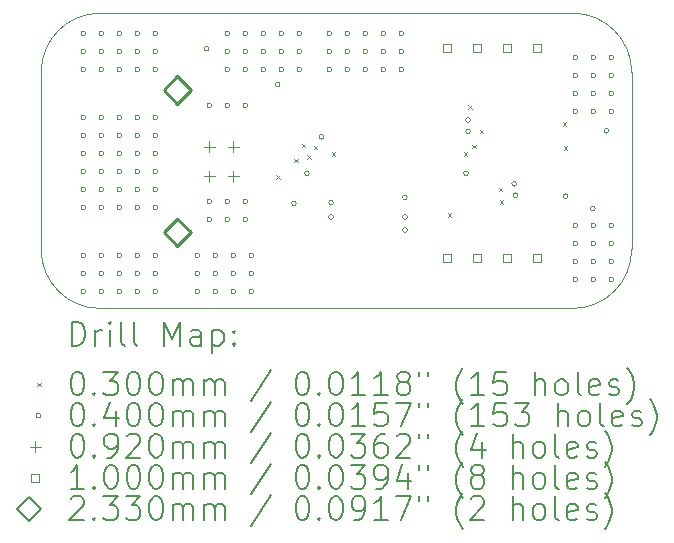
<source format=gbr>
%TF.GenerationSoftware,KiCad,Pcbnew,8.0.5*%
%TF.CreationDate,2024-10-10T11:52:41-04:00*%
%TF.ProjectId,dac,6461632e-6b69-4636-9164-5f7063625858,rev?*%
%TF.SameCoordinates,Original*%
%TF.FileFunction,Drillmap*%
%TF.FilePolarity,Positive*%
%FSLAX45Y45*%
G04 Gerber Fmt 4.5, Leading zero omitted, Abs format (unit mm)*
G04 Created by KiCad (PCBNEW 8.0.5) date 2024-10-10 11:52:41*
%MOMM*%
%LPD*%
G01*
G04 APERTURE LIST*
%ADD10C,0.050000*%
%ADD11C,0.200000*%
%ADD12C,0.100000*%
%ADD13C,0.233000*%
G04 APERTURE END LIST*
D10*
X6500000Y-8000000D02*
X6500000Y-9500000D01*
X7000000Y-10000000D02*
X11000000Y-10000000D01*
X7000000Y-10000000D02*
G75*
G02*
X6500000Y-9500000I0J500000D01*
G01*
X11500000Y-9500000D02*
G75*
G02*
X11000000Y-10000000I-500000J0D01*
G01*
X11000000Y-7500000D02*
G75*
G02*
X11500000Y-8000000I0J-500000D01*
G01*
X6500000Y-8000000D02*
G75*
G02*
X7000000Y-7500000I500000J0D01*
G01*
X11000000Y-7500000D02*
X7000000Y-7500000D01*
X11500000Y-9500000D02*
X11500000Y-8000000D01*
D11*
D12*
X8490000Y-8870000D02*
X8520000Y-8900000D01*
X8520000Y-8870000D02*
X8490000Y-8900000D01*
X8641320Y-8732760D02*
X8671320Y-8762760D01*
X8671320Y-8732760D02*
X8641320Y-8762760D01*
X8707360Y-8605760D02*
X8737360Y-8635760D01*
X8737360Y-8605760D02*
X8707360Y-8635760D01*
X8753080Y-8702280D02*
X8783080Y-8732280D01*
X8783080Y-8702280D02*
X8753080Y-8732280D01*
X8808960Y-8621000D02*
X8838960Y-8651000D01*
X8838960Y-8621000D02*
X8808960Y-8651000D01*
X8960000Y-8675000D02*
X8990000Y-8705000D01*
X8990000Y-8675000D02*
X8960000Y-8705000D01*
X9941500Y-9195000D02*
X9971500Y-9225000D01*
X9971500Y-9195000D02*
X9941500Y-9225000D01*
X10078000Y-8677000D02*
X10108000Y-8707000D01*
X10108000Y-8677000D02*
X10078000Y-8707000D01*
X10114520Y-8280640D02*
X10144520Y-8310640D01*
X10144520Y-8280640D02*
X10114520Y-8310640D01*
X10150000Y-8612500D02*
X10180000Y-8642500D01*
X10180000Y-8612500D02*
X10150000Y-8642500D01*
X10215000Y-8485000D02*
X10245000Y-8515000D01*
X10245000Y-8485000D02*
X10215000Y-8515000D01*
X10373600Y-8976600D02*
X10403600Y-9006600D01*
X10403600Y-8976600D02*
X10373600Y-9006600D01*
X10383760Y-9083280D02*
X10413760Y-9113280D01*
X10413760Y-9083280D02*
X10383760Y-9113280D01*
X10915000Y-8422500D02*
X10945000Y-8452500D01*
X10945000Y-8422500D02*
X10915000Y-8452500D01*
X10925000Y-8625000D02*
X10955000Y-8655000D01*
X10955000Y-8625000D02*
X10925000Y-8655000D01*
X6878000Y-7670800D02*
G75*
G02*
X6838000Y-7670800I-20000J0D01*
G01*
X6838000Y-7670800D02*
G75*
G02*
X6878000Y-7670800I20000J0D01*
G01*
X6878000Y-7823200D02*
G75*
G02*
X6838000Y-7823200I-20000J0D01*
G01*
X6838000Y-7823200D02*
G75*
G02*
X6878000Y-7823200I20000J0D01*
G01*
X6878000Y-7975600D02*
G75*
G02*
X6838000Y-7975600I-20000J0D01*
G01*
X6838000Y-7975600D02*
G75*
G02*
X6878000Y-7975600I20000J0D01*
G01*
X6878000Y-8382000D02*
G75*
G02*
X6838000Y-8382000I-20000J0D01*
G01*
X6838000Y-8382000D02*
G75*
G02*
X6878000Y-8382000I20000J0D01*
G01*
X6878000Y-8534400D02*
G75*
G02*
X6838000Y-8534400I-20000J0D01*
G01*
X6838000Y-8534400D02*
G75*
G02*
X6878000Y-8534400I20000J0D01*
G01*
X6878000Y-8686800D02*
G75*
G02*
X6838000Y-8686800I-20000J0D01*
G01*
X6838000Y-8686800D02*
G75*
G02*
X6878000Y-8686800I20000J0D01*
G01*
X6878000Y-8839200D02*
G75*
G02*
X6838000Y-8839200I-20000J0D01*
G01*
X6838000Y-8839200D02*
G75*
G02*
X6878000Y-8839200I20000J0D01*
G01*
X6878000Y-8991600D02*
G75*
G02*
X6838000Y-8991600I-20000J0D01*
G01*
X6838000Y-8991600D02*
G75*
G02*
X6878000Y-8991600I20000J0D01*
G01*
X6878000Y-9144000D02*
G75*
G02*
X6838000Y-9144000I-20000J0D01*
G01*
X6838000Y-9144000D02*
G75*
G02*
X6878000Y-9144000I20000J0D01*
G01*
X6878000Y-9550400D02*
G75*
G02*
X6838000Y-9550400I-20000J0D01*
G01*
X6838000Y-9550400D02*
G75*
G02*
X6878000Y-9550400I20000J0D01*
G01*
X6878000Y-9702800D02*
G75*
G02*
X6838000Y-9702800I-20000J0D01*
G01*
X6838000Y-9702800D02*
G75*
G02*
X6878000Y-9702800I20000J0D01*
G01*
X6878000Y-9855200D02*
G75*
G02*
X6838000Y-9855200I-20000J0D01*
G01*
X6838000Y-9855200D02*
G75*
G02*
X6878000Y-9855200I20000J0D01*
G01*
X7030400Y-7670800D02*
G75*
G02*
X6990400Y-7670800I-20000J0D01*
G01*
X6990400Y-7670800D02*
G75*
G02*
X7030400Y-7670800I20000J0D01*
G01*
X7030400Y-7823200D02*
G75*
G02*
X6990400Y-7823200I-20000J0D01*
G01*
X6990400Y-7823200D02*
G75*
G02*
X7030400Y-7823200I20000J0D01*
G01*
X7030400Y-7975600D02*
G75*
G02*
X6990400Y-7975600I-20000J0D01*
G01*
X6990400Y-7975600D02*
G75*
G02*
X7030400Y-7975600I20000J0D01*
G01*
X7030400Y-8382000D02*
G75*
G02*
X6990400Y-8382000I-20000J0D01*
G01*
X6990400Y-8382000D02*
G75*
G02*
X7030400Y-8382000I20000J0D01*
G01*
X7030400Y-8534400D02*
G75*
G02*
X6990400Y-8534400I-20000J0D01*
G01*
X6990400Y-8534400D02*
G75*
G02*
X7030400Y-8534400I20000J0D01*
G01*
X7030400Y-8686800D02*
G75*
G02*
X6990400Y-8686800I-20000J0D01*
G01*
X6990400Y-8686800D02*
G75*
G02*
X7030400Y-8686800I20000J0D01*
G01*
X7030400Y-8839200D02*
G75*
G02*
X6990400Y-8839200I-20000J0D01*
G01*
X6990400Y-8839200D02*
G75*
G02*
X7030400Y-8839200I20000J0D01*
G01*
X7030400Y-8991600D02*
G75*
G02*
X6990400Y-8991600I-20000J0D01*
G01*
X6990400Y-8991600D02*
G75*
G02*
X7030400Y-8991600I20000J0D01*
G01*
X7030400Y-9144000D02*
G75*
G02*
X6990400Y-9144000I-20000J0D01*
G01*
X6990400Y-9144000D02*
G75*
G02*
X7030400Y-9144000I20000J0D01*
G01*
X7030400Y-9550400D02*
G75*
G02*
X6990400Y-9550400I-20000J0D01*
G01*
X6990400Y-9550400D02*
G75*
G02*
X7030400Y-9550400I20000J0D01*
G01*
X7030400Y-9702800D02*
G75*
G02*
X6990400Y-9702800I-20000J0D01*
G01*
X6990400Y-9702800D02*
G75*
G02*
X7030400Y-9702800I20000J0D01*
G01*
X7030400Y-9855200D02*
G75*
G02*
X6990400Y-9855200I-20000J0D01*
G01*
X6990400Y-9855200D02*
G75*
G02*
X7030400Y-9855200I20000J0D01*
G01*
X7182800Y-7670800D02*
G75*
G02*
X7142800Y-7670800I-20000J0D01*
G01*
X7142800Y-7670800D02*
G75*
G02*
X7182800Y-7670800I20000J0D01*
G01*
X7182800Y-7823200D02*
G75*
G02*
X7142800Y-7823200I-20000J0D01*
G01*
X7142800Y-7823200D02*
G75*
G02*
X7182800Y-7823200I20000J0D01*
G01*
X7182800Y-7975600D02*
G75*
G02*
X7142800Y-7975600I-20000J0D01*
G01*
X7142800Y-7975600D02*
G75*
G02*
X7182800Y-7975600I20000J0D01*
G01*
X7182800Y-8382000D02*
G75*
G02*
X7142800Y-8382000I-20000J0D01*
G01*
X7142800Y-8382000D02*
G75*
G02*
X7182800Y-8382000I20000J0D01*
G01*
X7182800Y-8534400D02*
G75*
G02*
X7142800Y-8534400I-20000J0D01*
G01*
X7142800Y-8534400D02*
G75*
G02*
X7182800Y-8534400I20000J0D01*
G01*
X7182800Y-8686800D02*
G75*
G02*
X7142800Y-8686800I-20000J0D01*
G01*
X7142800Y-8686800D02*
G75*
G02*
X7182800Y-8686800I20000J0D01*
G01*
X7182800Y-8839200D02*
G75*
G02*
X7142800Y-8839200I-20000J0D01*
G01*
X7142800Y-8839200D02*
G75*
G02*
X7182800Y-8839200I20000J0D01*
G01*
X7182800Y-8991600D02*
G75*
G02*
X7142800Y-8991600I-20000J0D01*
G01*
X7142800Y-8991600D02*
G75*
G02*
X7182800Y-8991600I20000J0D01*
G01*
X7182800Y-9144000D02*
G75*
G02*
X7142800Y-9144000I-20000J0D01*
G01*
X7142800Y-9144000D02*
G75*
G02*
X7182800Y-9144000I20000J0D01*
G01*
X7182800Y-9550400D02*
G75*
G02*
X7142800Y-9550400I-20000J0D01*
G01*
X7142800Y-9550400D02*
G75*
G02*
X7182800Y-9550400I20000J0D01*
G01*
X7182800Y-9702800D02*
G75*
G02*
X7142800Y-9702800I-20000J0D01*
G01*
X7142800Y-9702800D02*
G75*
G02*
X7182800Y-9702800I20000J0D01*
G01*
X7182800Y-9855200D02*
G75*
G02*
X7142800Y-9855200I-20000J0D01*
G01*
X7142800Y-9855200D02*
G75*
G02*
X7182800Y-9855200I20000J0D01*
G01*
X7335200Y-7670800D02*
G75*
G02*
X7295200Y-7670800I-20000J0D01*
G01*
X7295200Y-7670800D02*
G75*
G02*
X7335200Y-7670800I20000J0D01*
G01*
X7335200Y-7823200D02*
G75*
G02*
X7295200Y-7823200I-20000J0D01*
G01*
X7295200Y-7823200D02*
G75*
G02*
X7335200Y-7823200I20000J0D01*
G01*
X7335200Y-7975600D02*
G75*
G02*
X7295200Y-7975600I-20000J0D01*
G01*
X7295200Y-7975600D02*
G75*
G02*
X7335200Y-7975600I20000J0D01*
G01*
X7335200Y-8382000D02*
G75*
G02*
X7295200Y-8382000I-20000J0D01*
G01*
X7295200Y-8382000D02*
G75*
G02*
X7335200Y-8382000I20000J0D01*
G01*
X7335200Y-8534400D02*
G75*
G02*
X7295200Y-8534400I-20000J0D01*
G01*
X7295200Y-8534400D02*
G75*
G02*
X7335200Y-8534400I20000J0D01*
G01*
X7335200Y-8686800D02*
G75*
G02*
X7295200Y-8686800I-20000J0D01*
G01*
X7295200Y-8686800D02*
G75*
G02*
X7335200Y-8686800I20000J0D01*
G01*
X7335200Y-8839200D02*
G75*
G02*
X7295200Y-8839200I-20000J0D01*
G01*
X7295200Y-8839200D02*
G75*
G02*
X7335200Y-8839200I20000J0D01*
G01*
X7335200Y-8991600D02*
G75*
G02*
X7295200Y-8991600I-20000J0D01*
G01*
X7295200Y-8991600D02*
G75*
G02*
X7335200Y-8991600I20000J0D01*
G01*
X7335200Y-9144000D02*
G75*
G02*
X7295200Y-9144000I-20000J0D01*
G01*
X7295200Y-9144000D02*
G75*
G02*
X7335200Y-9144000I20000J0D01*
G01*
X7335200Y-9550400D02*
G75*
G02*
X7295200Y-9550400I-20000J0D01*
G01*
X7295200Y-9550400D02*
G75*
G02*
X7335200Y-9550400I20000J0D01*
G01*
X7335200Y-9702800D02*
G75*
G02*
X7295200Y-9702800I-20000J0D01*
G01*
X7295200Y-9702800D02*
G75*
G02*
X7335200Y-9702800I20000J0D01*
G01*
X7335200Y-9855200D02*
G75*
G02*
X7295200Y-9855200I-20000J0D01*
G01*
X7295200Y-9855200D02*
G75*
G02*
X7335200Y-9855200I20000J0D01*
G01*
X7487600Y-7670800D02*
G75*
G02*
X7447600Y-7670800I-20000J0D01*
G01*
X7447600Y-7670800D02*
G75*
G02*
X7487600Y-7670800I20000J0D01*
G01*
X7487600Y-7823200D02*
G75*
G02*
X7447600Y-7823200I-20000J0D01*
G01*
X7447600Y-7823200D02*
G75*
G02*
X7487600Y-7823200I20000J0D01*
G01*
X7487600Y-7975600D02*
G75*
G02*
X7447600Y-7975600I-20000J0D01*
G01*
X7447600Y-7975600D02*
G75*
G02*
X7487600Y-7975600I20000J0D01*
G01*
X7487600Y-8382000D02*
G75*
G02*
X7447600Y-8382000I-20000J0D01*
G01*
X7447600Y-8382000D02*
G75*
G02*
X7487600Y-8382000I20000J0D01*
G01*
X7487600Y-8534400D02*
G75*
G02*
X7447600Y-8534400I-20000J0D01*
G01*
X7447600Y-8534400D02*
G75*
G02*
X7487600Y-8534400I20000J0D01*
G01*
X7487600Y-8686800D02*
G75*
G02*
X7447600Y-8686800I-20000J0D01*
G01*
X7447600Y-8686800D02*
G75*
G02*
X7487600Y-8686800I20000J0D01*
G01*
X7487600Y-8839200D02*
G75*
G02*
X7447600Y-8839200I-20000J0D01*
G01*
X7447600Y-8839200D02*
G75*
G02*
X7487600Y-8839200I20000J0D01*
G01*
X7487600Y-8991600D02*
G75*
G02*
X7447600Y-8991600I-20000J0D01*
G01*
X7447600Y-8991600D02*
G75*
G02*
X7487600Y-8991600I20000J0D01*
G01*
X7487600Y-9144000D02*
G75*
G02*
X7447600Y-9144000I-20000J0D01*
G01*
X7447600Y-9144000D02*
G75*
G02*
X7487600Y-9144000I20000J0D01*
G01*
X7487600Y-9550400D02*
G75*
G02*
X7447600Y-9550400I-20000J0D01*
G01*
X7447600Y-9550400D02*
G75*
G02*
X7487600Y-9550400I20000J0D01*
G01*
X7487600Y-9702800D02*
G75*
G02*
X7447600Y-9702800I-20000J0D01*
G01*
X7447600Y-9702800D02*
G75*
G02*
X7487600Y-9702800I20000J0D01*
G01*
X7487600Y-9855200D02*
G75*
G02*
X7447600Y-9855200I-20000J0D01*
G01*
X7447600Y-9855200D02*
G75*
G02*
X7487600Y-9855200I20000J0D01*
G01*
X7843200Y-9550400D02*
G75*
G02*
X7803200Y-9550400I-20000J0D01*
G01*
X7803200Y-9550400D02*
G75*
G02*
X7843200Y-9550400I20000J0D01*
G01*
X7843200Y-9702800D02*
G75*
G02*
X7803200Y-9702800I-20000J0D01*
G01*
X7803200Y-9702800D02*
G75*
G02*
X7843200Y-9702800I20000J0D01*
G01*
X7843200Y-9855200D02*
G75*
G02*
X7803200Y-9855200I-20000J0D01*
G01*
X7803200Y-9855200D02*
G75*
G02*
X7843200Y-9855200I20000J0D01*
G01*
X7920000Y-7800000D02*
G75*
G02*
X7880000Y-7800000I-20000J0D01*
G01*
X7880000Y-7800000D02*
G75*
G02*
X7920000Y-7800000I20000J0D01*
G01*
X7944800Y-8280400D02*
G75*
G02*
X7904800Y-8280400I-20000J0D01*
G01*
X7904800Y-8280400D02*
G75*
G02*
X7944800Y-8280400I20000J0D01*
G01*
X7944800Y-9093200D02*
G75*
G02*
X7904800Y-9093200I-20000J0D01*
G01*
X7904800Y-9093200D02*
G75*
G02*
X7944800Y-9093200I20000J0D01*
G01*
X7944800Y-9245600D02*
G75*
G02*
X7904800Y-9245600I-20000J0D01*
G01*
X7904800Y-9245600D02*
G75*
G02*
X7944800Y-9245600I20000J0D01*
G01*
X7995600Y-9550400D02*
G75*
G02*
X7955600Y-9550400I-20000J0D01*
G01*
X7955600Y-9550400D02*
G75*
G02*
X7995600Y-9550400I20000J0D01*
G01*
X7995600Y-9702800D02*
G75*
G02*
X7955600Y-9702800I-20000J0D01*
G01*
X7955600Y-9702800D02*
G75*
G02*
X7995600Y-9702800I20000J0D01*
G01*
X7995600Y-9855200D02*
G75*
G02*
X7955600Y-9855200I-20000J0D01*
G01*
X7955600Y-9855200D02*
G75*
G02*
X7995600Y-9855200I20000J0D01*
G01*
X8097200Y-7670800D02*
G75*
G02*
X8057200Y-7670800I-20000J0D01*
G01*
X8057200Y-7670800D02*
G75*
G02*
X8097200Y-7670800I20000J0D01*
G01*
X8097200Y-7823200D02*
G75*
G02*
X8057200Y-7823200I-20000J0D01*
G01*
X8057200Y-7823200D02*
G75*
G02*
X8097200Y-7823200I20000J0D01*
G01*
X8097200Y-7975600D02*
G75*
G02*
X8057200Y-7975600I-20000J0D01*
G01*
X8057200Y-7975600D02*
G75*
G02*
X8097200Y-7975600I20000J0D01*
G01*
X8097200Y-8280400D02*
G75*
G02*
X8057200Y-8280400I-20000J0D01*
G01*
X8057200Y-8280400D02*
G75*
G02*
X8097200Y-8280400I20000J0D01*
G01*
X8097200Y-9093200D02*
G75*
G02*
X8057200Y-9093200I-20000J0D01*
G01*
X8057200Y-9093200D02*
G75*
G02*
X8097200Y-9093200I20000J0D01*
G01*
X8097200Y-9245600D02*
G75*
G02*
X8057200Y-9245600I-20000J0D01*
G01*
X8057200Y-9245600D02*
G75*
G02*
X8097200Y-9245600I20000J0D01*
G01*
X8148000Y-9550400D02*
G75*
G02*
X8108000Y-9550400I-20000J0D01*
G01*
X8108000Y-9550400D02*
G75*
G02*
X8148000Y-9550400I20000J0D01*
G01*
X8148000Y-9702800D02*
G75*
G02*
X8108000Y-9702800I-20000J0D01*
G01*
X8108000Y-9702800D02*
G75*
G02*
X8148000Y-9702800I20000J0D01*
G01*
X8148000Y-9855200D02*
G75*
G02*
X8108000Y-9855200I-20000J0D01*
G01*
X8108000Y-9855200D02*
G75*
G02*
X8148000Y-9855200I20000J0D01*
G01*
X8249600Y-7670800D02*
G75*
G02*
X8209600Y-7670800I-20000J0D01*
G01*
X8209600Y-7670800D02*
G75*
G02*
X8249600Y-7670800I20000J0D01*
G01*
X8249600Y-7823200D02*
G75*
G02*
X8209600Y-7823200I-20000J0D01*
G01*
X8209600Y-7823200D02*
G75*
G02*
X8249600Y-7823200I20000J0D01*
G01*
X8249600Y-7975600D02*
G75*
G02*
X8209600Y-7975600I-20000J0D01*
G01*
X8209600Y-7975600D02*
G75*
G02*
X8249600Y-7975600I20000J0D01*
G01*
X8249600Y-8280400D02*
G75*
G02*
X8209600Y-8280400I-20000J0D01*
G01*
X8209600Y-8280400D02*
G75*
G02*
X8249600Y-8280400I20000J0D01*
G01*
X8249600Y-9093200D02*
G75*
G02*
X8209600Y-9093200I-20000J0D01*
G01*
X8209600Y-9093200D02*
G75*
G02*
X8249600Y-9093200I20000J0D01*
G01*
X8249600Y-9245600D02*
G75*
G02*
X8209600Y-9245600I-20000J0D01*
G01*
X8209600Y-9245600D02*
G75*
G02*
X8249600Y-9245600I20000J0D01*
G01*
X8300400Y-9550400D02*
G75*
G02*
X8260400Y-9550400I-20000J0D01*
G01*
X8260400Y-9550400D02*
G75*
G02*
X8300400Y-9550400I20000J0D01*
G01*
X8300400Y-9702800D02*
G75*
G02*
X8260400Y-9702800I-20000J0D01*
G01*
X8260400Y-9702800D02*
G75*
G02*
X8300400Y-9702800I20000J0D01*
G01*
X8300400Y-9855200D02*
G75*
G02*
X8260400Y-9855200I-20000J0D01*
G01*
X8260400Y-9855200D02*
G75*
G02*
X8300400Y-9855200I20000J0D01*
G01*
X8402000Y-7670800D02*
G75*
G02*
X8362000Y-7670800I-20000J0D01*
G01*
X8362000Y-7670800D02*
G75*
G02*
X8402000Y-7670800I20000J0D01*
G01*
X8402000Y-7823200D02*
G75*
G02*
X8362000Y-7823200I-20000J0D01*
G01*
X8362000Y-7823200D02*
G75*
G02*
X8402000Y-7823200I20000J0D01*
G01*
X8402000Y-7975600D02*
G75*
G02*
X8362000Y-7975600I-20000J0D01*
G01*
X8362000Y-7975600D02*
G75*
G02*
X8402000Y-7975600I20000J0D01*
G01*
X8522500Y-8105000D02*
G75*
G02*
X8482500Y-8105000I-20000J0D01*
G01*
X8482500Y-8105000D02*
G75*
G02*
X8522500Y-8105000I20000J0D01*
G01*
X8554400Y-7670800D02*
G75*
G02*
X8514400Y-7670800I-20000J0D01*
G01*
X8514400Y-7670800D02*
G75*
G02*
X8554400Y-7670800I20000J0D01*
G01*
X8554400Y-7823200D02*
G75*
G02*
X8514400Y-7823200I-20000J0D01*
G01*
X8514400Y-7823200D02*
G75*
G02*
X8554400Y-7823200I20000J0D01*
G01*
X8554400Y-7975600D02*
G75*
G02*
X8514400Y-7975600I-20000J0D01*
G01*
X8514400Y-7975600D02*
G75*
G02*
X8554400Y-7975600I20000J0D01*
G01*
X8660000Y-9110000D02*
G75*
G02*
X8620000Y-9110000I-20000J0D01*
G01*
X8620000Y-9110000D02*
G75*
G02*
X8660000Y-9110000I20000J0D01*
G01*
X8706800Y-7670800D02*
G75*
G02*
X8666800Y-7670800I-20000J0D01*
G01*
X8666800Y-7670800D02*
G75*
G02*
X8706800Y-7670800I20000J0D01*
G01*
X8706800Y-7823200D02*
G75*
G02*
X8666800Y-7823200I-20000J0D01*
G01*
X8666800Y-7823200D02*
G75*
G02*
X8706800Y-7823200I20000J0D01*
G01*
X8706800Y-7975600D02*
G75*
G02*
X8666800Y-7975600I-20000J0D01*
G01*
X8666800Y-7975600D02*
G75*
G02*
X8706800Y-7975600I20000J0D01*
G01*
X8770000Y-8855000D02*
G75*
G02*
X8730000Y-8855000I-20000J0D01*
G01*
X8730000Y-8855000D02*
G75*
G02*
X8770000Y-8855000I20000J0D01*
G01*
X8892500Y-8547500D02*
G75*
G02*
X8852500Y-8547500I-20000J0D01*
G01*
X8852500Y-8547500D02*
G75*
G02*
X8892500Y-8547500I20000J0D01*
G01*
X8960800Y-7670800D02*
G75*
G02*
X8920800Y-7670800I-20000J0D01*
G01*
X8920800Y-7670800D02*
G75*
G02*
X8960800Y-7670800I20000J0D01*
G01*
X8960800Y-7823200D02*
G75*
G02*
X8920800Y-7823200I-20000J0D01*
G01*
X8920800Y-7823200D02*
G75*
G02*
X8960800Y-7823200I20000J0D01*
G01*
X8960800Y-7975600D02*
G75*
G02*
X8920800Y-7975600I-20000J0D01*
G01*
X8920800Y-7975600D02*
G75*
G02*
X8960800Y-7975600I20000J0D01*
G01*
X8975000Y-9105000D02*
G75*
G02*
X8935000Y-9105000I-20000J0D01*
G01*
X8935000Y-9105000D02*
G75*
G02*
X8975000Y-9105000I20000J0D01*
G01*
X8975000Y-9225000D02*
G75*
G02*
X8935000Y-9225000I-20000J0D01*
G01*
X8935000Y-9225000D02*
G75*
G02*
X8975000Y-9225000I20000J0D01*
G01*
X9113200Y-7670800D02*
G75*
G02*
X9073200Y-7670800I-20000J0D01*
G01*
X9073200Y-7670800D02*
G75*
G02*
X9113200Y-7670800I20000J0D01*
G01*
X9113200Y-7823200D02*
G75*
G02*
X9073200Y-7823200I-20000J0D01*
G01*
X9073200Y-7823200D02*
G75*
G02*
X9113200Y-7823200I20000J0D01*
G01*
X9113200Y-7975600D02*
G75*
G02*
X9073200Y-7975600I-20000J0D01*
G01*
X9073200Y-7975600D02*
G75*
G02*
X9113200Y-7975600I20000J0D01*
G01*
X9265600Y-7670800D02*
G75*
G02*
X9225600Y-7670800I-20000J0D01*
G01*
X9225600Y-7670800D02*
G75*
G02*
X9265600Y-7670800I20000J0D01*
G01*
X9265600Y-7823200D02*
G75*
G02*
X9225600Y-7823200I-20000J0D01*
G01*
X9225600Y-7823200D02*
G75*
G02*
X9265600Y-7823200I20000J0D01*
G01*
X9265600Y-7975600D02*
G75*
G02*
X9225600Y-7975600I-20000J0D01*
G01*
X9225600Y-7975600D02*
G75*
G02*
X9265600Y-7975600I20000J0D01*
G01*
X9418000Y-7670800D02*
G75*
G02*
X9378000Y-7670800I-20000J0D01*
G01*
X9378000Y-7670800D02*
G75*
G02*
X9418000Y-7670800I20000J0D01*
G01*
X9418000Y-7823200D02*
G75*
G02*
X9378000Y-7823200I-20000J0D01*
G01*
X9378000Y-7823200D02*
G75*
G02*
X9418000Y-7823200I20000J0D01*
G01*
X9418000Y-7975600D02*
G75*
G02*
X9378000Y-7975600I-20000J0D01*
G01*
X9378000Y-7975600D02*
G75*
G02*
X9418000Y-7975600I20000J0D01*
G01*
X9570400Y-7670800D02*
G75*
G02*
X9530400Y-7670800I-20000J0D01*
G01*
X9530400Y-7670800D02*
G75*
G02*
X9570400Y-7670800I20000J0D01*
G01*
X9570400Y-7823200D02*
G75*
G02*
X9530400Y-7823200I-20000J0D01*
G01*
X9530400Y-7823200D02*
G75*
G02*
X9570400Y-7823200I20000J0D01*
G01*
X9570400Y-7975600D02*
G75*
G02*
X9530400Y-7975600I-20000J0D01*
G01*
X9530400Y-7975600D02*
G75*
G02*
X9570400Y-7975600I20000J0D01*
G01*
X9600000Y-9060000D02*
G75*
G02*
X9560000Y-9060000I-20000J0D01*
G01*
X9560000Y-9060000D02*
G75*
G02*
X9600000Y-9060000I20000J0D01*
G01*
X9600000Y-9225000D02*
G75*
G02*
X9560000Y-9225000I-20000J0D01*
G01*
X9560000Y-9225000D02*
G75*
G02*
X9600000Y-9225000I20000J0D01*
G01*
X9600000Y-9335000D02*
G75*
G02*
X9560000Y-9335000I-20000J0D01*
G01*
X9560000Y-9335000D02*
G75*
G02*
X9600000Y-9335000I20000J0D01*
G01*
X10117500Y-8855000D02*
G75*
G02*
X10077500Y-8855000I-20000J0D01*
G01*
X10077500Y-8855000D02*
G75*
G02*
X10117500Y-8855000I20000J0D01*
G01*
X10135000Y-8405000D02*
G75*
G02*
X10095000Y-8405000I-20000J0D01*
G01*
X10095000Y-8405000D02*
G75*
G02*
X10135000Y-8405000I20000J0D01*
G01*
X10135000Y-8500000D02*
G75*
G02*
X10095000Y-8500000I-20000J0D01*
G01*
X10095000Y-8500000D02*
G75*
G02*
X10135000Y-8500000I20000J0D01*
G01*
X10525000Y-8945000D02*
G75*
G02*
X10485000Y-8945000I-20000J0D01*
G01*
X10485000Y-8945000D02*
G75*
G02*
X10525000Y-8945000I20000J0D01*
G01*
X10535000Y-9040000D02*
G75*
G02*
X10495000Y-9040000I-20000J0D01*
G01*
X10495000Y-9040000D02*
G75*
G02*
X10535000Y-9040000I20000J0D01*
G01*
X10960000Y-9050000D02*
G75*
G02*
X10920000Y-9050000I-20000J0D01*
G01*
X10920000Y-9050000D02*
G75*
G02*
X10960000Y-9050000I20000J0D01*
G01*
X11043600Y-7874000D02*
G75*
G02*
X11003600Y-7874000I-20000J0D01*
G01*
X11003600Y-7874000D02*
G75*
G02*
X11043600Y-7874000I20000J0D01*
G01*
X11043600Y-8026400D02*
G75*
G02*
X11003600Y-8026400I-20000J0D01*
G01*
X11003600Y-8026400D02*
G75*
G02*
X11043600Y-8026400I20000J0D01*
G01*
X11043600Y-8178800D02*
G75*
G02*
X11003600Y-8178800I-20000J0D01*
G01*
X11003600Y-8178800D02*
G75*
G02*
X11043600Y-8178800I20000J0D01*
G01*
X11043600Y-8331200D02*
G75*
G02*
X11003600Y-8331200I-20000J0D01*
G01*
X11003600Y-8331200D02*
G75*
G02*
X11043600Y-8331200I20000J0D01*
G01*
X11043600Y-9296400D02*
G75*
G02*
X11003600Y-9296400I-20000J0D01*
G01*
X11003600Y-9296400D02*
G75*
G02*
X11043600Y-9296400I20000J0D01*
G01*
X11043600Y-9448800D02*
G75*
G02*
X11003600Y-9448800I-20000J0D01*
G01*
X11003600Y-9448800D02*
G75*
G02*
X11043600Y-9448800I20000J0D01*
G01*
X11043600Y-9601200D02*
G75*
G02*
X11003600Y-9601200I-20000J0D01*
G01*
X11003600Y-9601200D02*
G75*
G02*
X11043600Y-9601200I20000J0D01*
G01*
X11043600Y-9753600D02*
G75*
G02*
X11003600Y-9753600I-20000J0D01*
G01*
X11003600Y-9753600D02*
G75*
G02*
X11043600Y-9753600I20000J0D01*
G01*
X11190000Y-9155000D02*
G75*
G02*
X11150000Y-9155000I-20000J0D01*
G01*
X11150000Y-9155000D02*
G75*
G02*
X11190000Y-9155000I20000J0D01*
G01*
X11196000Y-7874000D02*
G75*
G02*
X11156000Y-7874000I-20000J0D01*
G01*
X11156000Y-7874000D02*
G75*
G02*
X11196000Y-7874000I20000J0D01*
G01*
X11196000Y-8026400D02*
G75*
G02*
X11156000Y-8026400I-20000J0D01*
G01*
X11156000Y-8026400D02*
G75*
G02*
X11196000Y-8026400I20000J0D01*
G01*
X11196000Y-8178800D02*
G75*
G02*
X11156000Y-8178800I-20000J0D01*
G01*
X11156000Y-8178800D02*
G75*
G02*
X11196000Y-8178800I20000J0D01*
G01*
X11196000Y-8331200D02*
G75*
G02*
X11156000Y-8331200I-20000J0D01*
G01*
X11156000Y-8331200D02*
G75*
G02*
X11196000Y-8331200I20000J0D01*
G01*
X11196000Y-9296400D02*
G75*
G02*
X11156000Y-9296400I-20000J0D01*
G01*
X11156000Y-9296400D02*
G75*
G02*
X11196000Y-9296400I20000J0D01*
G01*
X11196000Y-9448800D02*
G75*
G02*
X11156000Y-9448800I-20000J0D01*
G01*
X11156000Y-9448800D02*
G75*
G02*
X11196000Y-9448800I20000J0D01*
G01*
X11196000Y-9601200D02*
G75*
G02*
X11156000Y-9601200I-20000J0D01*
G01*
X11156000Y-9601200D02*
G75*
G02*
X11196000Y-9601200I20000J0D01*
G01*
X11196000Y-9753600D02*
G75*
G02*
X11156000Y-9753600I-20000J0D01*
G01*
X11156000Y-9753600D02*
G75*
G02*
X11196000Y-9753600I20000J0D01*
G01*
X11305000Y-8495000D02*
G75*
G02*
X11265000Y-8495000I-20000J0D01*
G01*
X11265000Y-8495000D02*
G75*
G02*
X11305000Y-8495000I20000J0D01*
G01*
X11348400Y-7874000D02*
G75*
G02*
X11308400Y-7874000I-20000J0D01*
G01*
X11308400Y-7874000D02*
G75*
G02*
X11348400Y-7874000I20000J0D01*
G01*
X11348400Y-8026400D02*
G75*
G02*
X11308400Y-8026400I-20000J0D01*
G01*
X11308400Y-8026400D02*
G75*
G02*
X11348400Y-8026400I20000J0D01*
G01*
X11348400Y-8178800D02*
G75*
G02*
X11308400Y-8178800I-20000J0D01*
G01*
X11308400Y-8178800D02*
G75*
G02*
X11348400Y-8178800I20000J0D01*
G01*
X11348400Y-8331200D02*
G75*
G02*
X11308400Y-8331200I-20000J0D01*
G01*
X11308400Y-8331200D02*
G75*
G02*
X11348400Y-8331200I20000J0D01*
G01*
X11348400Y-9296400D02*
G75*
G02*
X11308400Y-9296400I-20000J0D01*
G01*
X11308400Y-9296400D02*
G75*
G02*
X11348400Y-9296400I20000J0D01*
G01*
X11348400Y-9448800D02*
G75*
G02*
X11308400Y-9448800I-20000J0D01*
G01*
X11308400Y-9448800D02*
G75*
G02*
X11348400Y-9448800I20000J0D01*
G01*
X11348400Y-9601200D02*
G75*
G02*
X11308400Y-9601200I-20000J0D01*
G01*
X11308400Y-9601200D02*
G75*
G02*
X11348400Y-9601200I20000J0D01*
G01*
X11348400Y-9753600D02*
G75*
G02*
X11308400Y-9753600I-20000J0D01*
G01*
X11308400Y-9753600D02*
G75*
G02*
X11348400Y-9753600I20000J0D01*
G01*
X7925000Y-8583500D02*
X7925000Y-8675500D01*
X7879000Y-8629500D02*
X7971000Y-8629500D01*
X7925000Y-8833500D02*
X7925000Y-8925500D01*
X7879000Y-8879500D02*
X7971000Y-8879500D01*
X8125000Y-8583500D02*
X8125000Y-8675500D01*
X8079000Y-8629500D02*
X8171000Y-8629500D01*
X8125000Y-8833500D02*
X8125000Y-8925500D01*
X8079000Y-8879500D02*
X8171000Y-8879500D01*
X9969856Y-7831856D02*
X9969856Y-7761144D01*
X9899144Y-7761144D01*
X9899144Y-7831856D01*
X9969856Y-7831856D01*
X9969856Y-9609856D02*
X9969856Y-9539144D01*
X9899144Y-9539144D01*
X9899144Y-9609856D01*
X9969856Y-9609856D01*
X10223856Y-7831856D02*
X10223856Y-7761144D01*
X10153144Y-7761144D01*
X10153144Y-7831856D01*
X10223856Y-7831856D01*
X10223856Y-9609856D02*
X10223856Y-9539144D01*
X10153144Y-9539144D01*
X10153144Y-9609856D01*
X10223856Y-9609856D01*
X10477856Y-7831856D02*
X10477856Y-7761144D01*
X10407144Y-7761144D01*
X10407144Y-7831856D01*
X10477856Y-7831856D01*
X10477856Y-9609856D02*
X10477856Y-9539144D01*
X10407144Y-9539144D01*
X10407144Y-9609856D01*
X10477856Y-9609856D01*
X10731856Y-7831856D02*
X10731856Y-7761144D01*
X10661144Y-7761144D01*
X10661144Y-7831856D01*
X10731856Y-7831856D01*
X10731856Y-9609856D02*
X10731856Y-9539144D01*
X10661144Y-9539144D01*
X10661144Y-9609856D01*
X10731856Y-9609856D01*
D13*
X7654000Y-8269000D02*
X7770500Y-8152500D01*
X7654000Y-8036000D01*
X7537500Y-8152500D01*
X7654000Y-8269000D01*
X7654000Y-9473000D02*
X7770500Y-9356500D01*
X7654000Y-9240000D01*
X7537500Y-9356500D01*
X7654000Y-9473000D01*
D11*
X6758277Y-10313984D02*
X6758277Y-10113984D01*
X6758277Y-10113984D02*
X6805896Y-10113984D01*
X6805896Y-10113984D02*
X6834467Y-10123508D01*
X6834467Y-10123508D02*
X6853515Y-10142555D01*
X6853515Y-10142555D02*
X6863039Y-10161603D01*
X6863039Y-10161603D02*
X6872562Y-10199698D01*
X6872562Y-10199698D02*
X6872562Y-10228270D01*
X6872562Y-10228270D02*
X6863039Y-10266365D01*
X6863039Y-10266365D02*
X6853515Y-10285412D01*
X6853515Y-10285412D02*
X6834467Y-10304460D01*
X6834467Y-10304460D02*
X6805896Y-10313984D01*
X6805896Y-10313984D02*
X6758277Y-10313984D01*
X6958277Y-10313984D02*
X6958277Y-10180650D01*
X6958277Y-10218746D02*
X6967801Y-10199698D01*
X6967801Y-10199698D02*
X6977324Y-10190174D01*
X6977324Y-10190174D02*
X6996372Y-10180650D01*
X6996372Y-10180650D02*
X7015420Y-10180650D01*
X7082086Y-10313984D02*
X7082086Y-10180650D01*
X7082086Y-10113984D02*
X7072562Y-10123508D01*
X7072562Y-10123508D02*
X7082086Y-10133031D01*
X7082086Y-10133031D02*
X7091610Y-10123508D01*
X7091610Y-10123508D02*
X7082086Y-10113984D01*
X7082086Y-10113984D02*
X7082086Y-10133031D01*
X7205896Y-10313984D02*
X7186848Y-10304460D01*
X7186848Y-10304460D02*
X7177324Y-10285412D01*
X7177324Y-10285412D02*
X7177324Y-10113984D01*
X7310658Y-10313984D02*
X7291610Y-10304460D01*
X7291610Y-10304460D02*
X7282086Y-10285412D01*
X7282086Y-10285412D02*
X7282086Y-10113984D01*
X7539229Y-10313984D02*
X7539229Y-10113984D01*
X7539229Y-10113984D02*
X7605896Y-10256841D01*
X7605896Y-10256841D02*
X7672562Y-10113984D01*
X7672562Y-10113984D02*
X7672562Y-10313984D01*
X7853515Y-10313984D02*
X7853515Y-10209222D01*
X7853515Y-10209222D02*
X7843991Y-10190174D01*
X7843991Y-10190174D02*
X7824943Y-10180650D01*
X7824943Y-10180650D02*
X7786848Y-10180650D01*
X7786848Y-10180650D02*
X7767801Y-10190174D01*
X7853515Y-10304460D02*
X7834467Y-10313984D01*
X7834467Y-10313984D02*
X7786848Y-10313984D01*
X7786848Y-10313984D02*
X7767801Y-10304460D01*
X7767801Y-10304460D02*
X7758277Y-10285412D01*
X7758277Y-10285412D02*
X7758277Y-10266365D01*
X7758277Y-10266365D02*
X7767801Y-10247317D01*
X7767801Y-10247317D02*
X7786848Y-10237793D01*
X7786848Y-10237793D02*
X7834467Y-10237793D01*
X7834467Y-10237793D02*
X7853515Y-10228270D01*
X7948753Y-10180650D02*
X7948753Y-10380650D01*
X7948753Y-10190174D02*
X7967801Y-10180650D01*
X7967801Y-10180650D02*
X8005896Y-10180650D01*
X8005896Y-10180650D02*
X8024943Y-10190174D01*
X8024943Y-10190174D02*
X8034467Y-10199698D01*
X8034467Y-10199698D02*
X8043991Y-10218746D01*
X8043991Y-10218746D02*
X8043991Y-10275889D01*
X8043991Y-10275889D02*
X8034467Y-10294936D01*
X8034467Y-10294936D02*
X8024943Y-10304460D01*
X8024943Y-10304460D02*
X8005896Y-10313984D01*
X8005896Y-10313984D02*
X7967801Y-10313984D01*
X7967801Y-10313984D02*
X7948753Y-10304460D01*
X8129705Y-10294936D02*
X8139229Y-10304460D01*
X8139229Y-10304460D02*
X8129705Y-10313984D01*
X8129705Y-10313984D02*
X8120182Y-10304460D01*
X8120182Y-10304460D02*
X8129705Y-10294936D01*
X8129705Y-10294936D02*
X8129705Y-10313984D01*
X8129705Y-10190174D02*
X8139229Y-10199698D01*
X8139229Y-10199698D02*
X8129705Y-10209222D01*
X8129705Y-10209222D02*
X8120182Y-10199698D01*
X8120182Y-10199698D02*
X8129705Y-10190174D01*
X8129705Y-10190174D02*
X8129705Y-10209222D01*
D12*
X6467500Y-10627500D02*
X6497500Y-10657500D01*
X6497500Y-10627500D02*
X6467500Y-10657500D01*
D11*
X6796372Y-10533984D02*
X6815420Y-10533984D01*
X6815420Y-10533984D02*
X6834467Y-10543508D01*
X6834467Y-10543508D02*
X6843991Y-10553031D01*
X6843991Y-10553031D02*
X6853515Y-10572079D01*
X6853515Y-10572079D02*
X6863039Y-10610174D01*
X6863039Y-10610174D02*
X6863039Y-10657793D01*
X6863039Y-10657793D02*
X6853515Y-10695889D01*
X6853515Y-10695889D02*
X6843991Y-10714936D01*
X6843991Y-10714936D02*
X6834467Y-10724460D01*
X6834467Y-10724460D02*
X6815420Y-10733984D01*
X6815420Y-10733984D02*
X6796372Y-10733984D01*
X6796372Y-10733984D02*
X6777324Y-10724460D01*
X6777324Y-10724460D02*
X6767801Y-10714936D01*
X6767801Y-10714936D02*
X6758277Y-10695889D01*
X6758277Y-10695889D02*
X6748753Y-10657793D01*
X6748753Y-10657793D02*
X6748753Y-10610174D01*
X6748753Y-10610174D02*
X6758277Y-10572079D01*
X6758277Y-10572079D02*
X6767801Y-10553031D01*
X6767801Y-10553031D02*
X6777324Y-10543508D01*
X6777324Y-10543508D02*
X6796372Y-10533984D01*
X6948753Y-10714936D02*
X6958277Y-10724460D01*
X6958277Y-10724460D02*
X6948753Y-10733984D01*
X6948753Y-10733984D02*
X6939229Y-10724460D01*
X6939229Y-10724460D02*
X6948753Y-10714936D01*
X6948753Y-10714936D02*
X6948753Y-10733984D01*
X7024943Y-10533984D02*
X7148753Y-10533984D01*
X7148753Y-10533984D02*
X7082086Y-10610174D01*
X7082086Y-10610174D02*
X7110658Y-10610174D01*
X7110658Y-10610174D02*
X7129705Y-10619698D01*
X7129705Y-10619698D02*
X7139229Y-10629222D01*
X7139229Y-10629222D02*
X7148753Y-10648270D01*
X7148753Y-10648270D02*
X7148753Y-10695889D01*
X7148753Y-10695889D02*
X7139229Y-10714936D01*
X7139229Y-10714936D02*
X7129705Y-10724460D01*
X7129705Y-10724460D02*
X7110658Y-10733984D01*
X7110658Y-10733984D02*
X7053515Y-10733984D01*
X7053515Y-10733984D02*
X7034467Y-10724460D01*
X7034467Y-10724460D02*
X7024943Y-10714936D01*
X7272562Y-10533984D02*
X7291610Y-10533984D01*
X7291610Y-10533984D02*
X7310658Y-10543508D01*
X7310658Y-10543508D02*
X7320182Y-10553031D01*
X7320182Y-10553031D02*
X7329705Y-10572079D01*
X7329705Y-10572079D02*
X7339229Y-10610174D01*
X7339229Y-10610174D02*
X7339229Y-10657793D01*
X7339229Y-10657793D02*
X7329705Y-10695889D01*
X7329705Y-10695889D02*
X7320182Y-10714936D01*
X7320182Y-10714936D02*
X7310658Y-10724460D01*
X7310658Y-10724460D02*
X7291610Y-10733984D01*
X7291610Y-10733984D02*
X7272562Y-10733984D01*
X7272562Y-10733984D02*
X7253515Y-10724460D01*
X7253515Y-10724460D02*
X7243991Y-10714936D01*
X7243991Y-10714936D02*
X7234467Y-10695889D01*
X7234467Y-10695889D02*
X7224943Y-10657793D01*
X7224943Y-10657793D02*
X7224943Y-10610174D01*
X7224943Y-10610174D02*
X7234467Y-10572079D01*
X7234467Y-10572079D02*
X7243991Y-10553031D01*
X7243991Y-10553031D02*
X7253515Y-10543508D01*
X7253515Y-10543508D02*
X7272562Y-10533984D01*
X7463039Y-10533984D02*
X7482086Y-10533984D01*
X7482086Y-10533984D02*
X7501134Y-10543508D01*
X7501134Y-10543508D02*
X7510658Y-10553031D01*
X7510658Y-10553031D02*
X7520182Y-10572079D01*
X7520182Y-10572079D02*
X7529705Y-10610174D01*
X7529705Y-10610174D02*
X7529705Y-10657793D01*
X7529705Y-10657793D02*
X7520182Y-10695889D01*
X7520182Y-10695889D02*
X7510658Y-10714936D01*
X7510658Y-10714936D02*
X7501134Y-10724460D01*
X7501134Y-10724460D02*
X7482086Y-10733984D01*
X7482086Y-10733984D02*
X7463039Y-10733984D01*
X7463039Y-10733984D02*
X7443991Y-10724460D01*
X7443991Y-10724460D02*
X7434467Y-10714936D01*
X7434467Y-10714936D02*
X7424943Y-10695889D01*
X7424943Y-10695889D02*
X7415420Y-10657793D01*
X7415420Y-10657793D02*
X7415420Y-10610174D01*
X7415420Y-10610174D02*
X7424943Y-10572079D01*
X7424943Y-10572079D02*
X7434467Y-10553031D01*
X7434467Y-10553031D02*
X7443991Y-10543508D01*
X7443991Y-10543508D02*
X7463039Y-10533984D01*
X7615420Y-10733984D02*
X7615420Y-10600650D01*
X7615420Y-10619698D02*
X7624943Y-10610174D01*
X7624943Y-10610174D02*
X7643991Y-10600650D01*
X7643991Y-10600650D02*
X7672563Y-10600650D01*
X7672563Y-10600650D02*
X7691610Y-10610174D01*
X7691610Y-10610174D02*
X7701134Y-10629222D01*
X7701134Y-10629222D02*
X7701134Y-10733984D01*
X7701134Y-10629222D02*
X7710658Y-10610174D01*
X7710658Y-10610174D02*
X7729705Y-10600650D01*
X7729705Y-10600650D02*
X7758277Y-10600650D01*
X7758277Y-10600650D02*
X7777324Y-10610174D01*
X7777324Y-10610174D02*
X7786848Y-10629222D01*
X7786848Y-10629222D02*
X7786848Y-10733984D01*
X7882086Y-10733984D02*
X7882086Y-10600650D01*
X7882086Y-10619698D02*
X7891610Y-10610174D01*
X7891610Y-10610174D02*
X7910658Y-10600650D01*
X7910658Y-10600650D02*
X7939229Y-10600650D01*
X7939229Y-10600650D02*
X7958277Y-10610174D01*
X7958277Y-10610174D02*
X7967801Y-10629222D01*
X7967801Y-10629222D02*
X7967801Y-10733984D01*
X7967801Y-10629222D02*
X7977324Y-10610174D01*
X7977324Y-10610174D02*
X7996372Y-10600650D01*
X7996372Y-10600650D02*
X8024943Y-10600650D01*
X8024943Y-10600650D02*
X8043991Y-10610174D01*
X8043991Y-10610174D02*
X8053515Y-10629222D01*
X8053515Y-10629222D02*
X8053515Y-10733984D01*
X8443991Y-10524460D02*
X8272563Y-10781603D01*
X8701134Y-10533984D02*
X8720182Y-10533984D01*
X8720182Y-10533984D02*
X8739229Y-10543508D01*
X8739229Y-10543508D02*
X8748753Y-10553031D01*
X8748753Y-10553031D02*
X8758277Y-10572079D01*
X8758277Y-10572079D02*
X8767801Y-10610174D01*
X8767801Y-10610174D02*
X8767801Y-10657793D01*
X8767801Y-10657793D02*
X8758277Y-10695889D01*
X8758277Y-10695889D02*
X8748753Y-10714936D01*
X8748753Y-10714936D02*
X8739229Y-10724460D01*
X8739229Y-10724460D02*
X8720182Y-10733984D01*
X8720182Y-10733984D02*
X8701134Y-10733984D01*
X8701134Y-10733984D02*
X8682087Y-10724460D01*
X8682087Y-10724460D02*
X8672563Y-10714936D01*
X8672563Y-10714936D02*
X8663039Y-10695889D01*
X8663039Y-10695889D02*
X8653515Y-10657793D01*
X8653515Y-10657793D02*
X8653515Y-10610174D01*
X8653515Y-10610174D02*
X8663039Y-10572079D01*
X8663039Y-10572079D02*
X8672563Y-10553031D01*
X8672563Y-10553031D02*
X8682087Y-10543508D01*
X8682087Y-10543508D02*
X8701134Y-10533984D01*
X8853515Y-10714936D02*
X8863039Y-10724460D01*
X8863039Y-10724460D02*
X8853515Y-10733984D01*
X8853515Y-10733984D02*
X8843991Y-10724460D01*
X8843991Y-10724460D02*
X8853515Y-10714936D01*
X8853515Y-10714936D02*
X8853515Y-10733984D01*
X8986848Y-10533984D02*
X9005896Y-10533984D01*
X9005896Y-10533984D02*
X9024944Y-10543508D01*
X9024944Y-10543508D02*
X9034468Y-10553031D01*
X9034468Y-10553031D02*
X9043991Y-10572079D01*
X9043991Y-10572079D02*
X9053515Y-10610174D01*
X9053515Y-10610174D02*
X9053515Y-10657793D01*
X9053515Y-10657793D02*
X9043991Y-10695889D01*
X9043991Y-10695889D02*
X9034468Y-10714936D01*
X9034468Y-10714936D02*
X9024944Y-10724460D01*
X9024944Y-10724460D02*
X9005896Y-10733984D01*
X9005896Y-10733984D02*
X8986848Y-10733984D01*
X8986848Y-10733984D02*
X8967801Y-10724460D01*
X8967801Y-10724460D02*
X8958277Y-10714936D01*
X8958277Y-10714936D02*
X8948753Y-10695889D01*
X8948753Y-10695889D02*
X8939229Y-10657793D01*
X8939229Y-10657793D02*
X8939229Y-10610174D01*
X8939229Y-10610174D02*
X8948753Y-10572079D01*
X8948753Y-10572079D02*
X8958277Y-10553031D01*
X8958277Y-10553031D02*
X8967801Y-10543508D01*
X8967801Y-10543508D02*
X8986848Y-10533984D01*
X9243991Y-10733984D02*
X9129706Y-10733984D01*
X9186848Y-10733984D02*
X9186848Y-10533984D01*
X9186848Y-10533984D02*
X9167801Y-10562555D01*
X9167801Y-10562555D02*
X9148753Y-10581603D01*
X9148753Y-10581603D02*
X9129706Y-10591127D01*
X9434468Y-10733984D02*
X9320182Y-10733984D01*
X9377325Y-10733984D02*
X9377325Y-10533984D01*
X9377325Y-10533984D02*
X9358277Y-10562555D01*
X9358277Y-10562555D02*
X9339229Y-10581603D01*
X9339229Y-10581603D02*
X9320182Y-10591127D01*
X9548753Y-10619698D02*
X9529706Y-10610174D01*
X9529706Y-10610174D02*
X9520182Y-10600650D01*
X9520182Y-10600650D02*
X9510658Y-10581603D01*
X9510658Y-10581603D02*
X9510658Y-10572079D01*
X9510658Y-10572079D02*
X9520182Y-10553031D01*
X9520182Y-10553031D02*
X9529706Y-10543508D01*
X9529706Y-10543508D02*
X9548753Y-10533984D01*
X9548753Y-10533984D02*
X9586849Y-10533984D01*
X9586849Y-10533984D02*
X9605896Y-10543508D01*
X9605896Y-10543508D02*
X9615420Y-10553031D01*
X9615420Y-10553031D02*
X9624944Y-10572079D01*
X9624944Y-10572079D02*
X9624944Y-10581603D01*
X9624944Y-10581603D02*
X9615420Y-10600650D01*
X9615420Y-10600650D02*
X9605896Y-10610174D01*
X9605896Y-10610174D02*
X9586849Y-10619698D01*
X9586849Y-10619698D02*
X9548753Y-10619698D01*
X9548753Y-10619698D02*
X9529706Y-10629222D01*
X9529706Y-10629222D02*
X9520182Y-10638746D01*
X9520182Y-10638746D02*
X9510658Y-10657793D01*
X9510658Y-10657793D02*
X9510658Y-10695889D01*
X9510658Y-10695889D02*
X9520182Y-10714936D01*
X9520182Y-10714936D02*
X9529706Y-10724460D01*
X9529706Y-10724460D02*
X9548753Y-10733984D01*
X9548753Y-10733984D02*
X9586849Y-10733984D01*
X9586849Y-10733984D02*
X9605896Y-10724460D01*
X9605896Y-10724460D02*
X9615420Y-10714936D01*
X9615420Y-10714936D02*
X9624944Y-10695889D01*
X9624944Y-10695889D02*
X9624944Y-10657793D01*
X9624944Y-10657793D02*
X9615420Y-10638746D01*
X9615420Y-10638746D02*
X9605896Y-10629222D01*
X9605896Y-10629222D02*
X9586849Y-10619698D01*
X9701134Y-10533984D02*
X9701134Y-10572079D01*
X9777325Y-10533984D02*
X9777325Y-10572079D01*
X10072563Y-10810174D02*
X10063039Y-10800650D01*
X10063039Y-10800650D02*
X10043991Y-10772079D01*
X10043991Y-10772079D02*
X10034468Y-10753031D01*
X10034468Y-10753031D02*
X10024944Y-10724460D01*
X10024944Y-10724460D02*
X10015420Y-10676841D01*
X10015420Y-10676841D02*
X10015420Y-10638746D01*
X10015420Y-10638746D02*
X10024944Y-10591127D01*
X10024944Y-10591127D02*
X10034468Y-10562555D01*
X10034468Y-10562555D02*
X10043991Y-10543508D01*
X10043991Y-10543508D02*
X10063039Y-10514936D01*
X10063039Y-10514936D02*
X10072563Y-10505412D01*
X10253515Y-10733984D02*
X10139230Y-10733984D01*
X10196372Y-10733984D02*
X10196372Y-10533984D01*
X10196372Y-10533984D02*
X10177325Y-10562555D01*
X10177325Y-10562555D02*
X10158277Y-10581603D01*
X10158277Y-10581603D02*
X10139230Y-10591127D01*
X10434468Y-10533984D02*
X10339230Y-10533984D01*
X10339230Y-10533984D02*
X10329706Y-10629222D01*
X10329706Y-10629222D02*
X10339230Y-10619698D01*
X10339230Y-10619698D02*
X10358277Y-10610174D01*
X10358277Y-10610174D02*
X10405896Y-10610174D01*
X10405896Y-10610174D02*
X10424944Y-10619698D01*
X10424944Y-10619698D02*
X10434468Y-10629222D01*
X10434468Y-10629222D02*
X10443991Y-10648270D01*
X10443991Y-10648270D02*
X10443991Y-10695889D01*
X10443991Y-10695889D02*
X10434468Y-10714936D01*
X10434468Y-10714936D02*
X10424944Y-10724460D01*
X10424944Y-10724460D02*
X10405896Y-10733984D01*
X10405896Y-10733984D02*
X10358277Y-10733984D01*
X10358277Y-10733984D02*
X10339230Y-10724460D01*
X10339230Y-10724460D02*
X10329706Y-10714936D01*
X10682087Y-10733984D02*
X10682087Y-10533984D01*
X10767801Y-10733984D02*
X10767801Y-10629222D01*
X10767801Y-10629222D02*
X10758277Y-10610174D01*
X10758277Y-10610174D02*
X10739230Y-10600650D01*
X10739230Y-10600650D02*
X10710658Y-10600650D01*
X10710658Y-10600650D02*
X10691611Y-10610174D01*
X10691611Y-10610174D02*
X10682087Y-10619698D01*
X10891611Y-10733984D02*
X10872563Y-10724460D01*
X10872563Y-10724460D02*
X10863039Y-10714936D01*
X10863039Y-10714936D02*
X10853515Y-10695889D01*
X10853515Y-10695889D02*
X10853515Y-10638746D01*
X10853515Y-10638746D02*
X10863039Y-10619698D01*
X10863039Y-10619698D02*
X10872563Y-10610174D01*
X10872563Y-10610174D02*
X10891611Y-10600650D01*
X10891611Y-10600650D02*
X10920182Y-10600650D01*
X10920182Y-10600650D02*
X10939230Y-10610174D01*
X10939230Y-10610174D02*
X10948753Y-10619698D01*
X10948753Y-10619698D02*
X10958277Y-10638746D01*
X10958277Y-10638746D02*
X10958277Y-10695889D01*
X10958277Y-10695889D02*
X10948753Y-10714936D01*
X10948753Y-10714936D02*
X10939230Y-10724460D01*
X10939230Y-10724460D02*
X10920182Y-10733984D01*
X10920182Y-10733984D02*
X10891611Y-10733984D01*
X11072563Y-10733984D02*
X11053515Y-10724460D01*
X11053515Y-10724460D02*
X11043992Y-10705412D01*
X11043992Y-10705412D02*
X11043992Y-10533984D01*
X11224944Y-10724460D02*
X11205896Y-10733984D01*
X11205896Y-10733984D02*
X11167801Y-10733984D01*
X11167801Y-10733984D02*
X11148753Y-10724460D01*
X11148753Y-10724460D02*
X11139230Y-10705412D01*
X11139230Y-10705412D02*
X11139230Y-10629222D01*
X11139230Y-10629222D02*
X11148753Y-10610174D01*
X11148753Y-10610174D02*
X11167801Y-10600650D01*
X11167801Y-10600650D02*
X11205896Y-10600650D01*
X11205896Y-10600650D02*
X11224944Y-10610174D01*
X11224944Y-10610174D02*
X11234468Y-10629222D01*
X11234468Y-10629222D02*
X11234468Y-10648270D01*
X11234468Y-10648270D02*
X11139230Y-10667317D01*
X11310658Y-10724460D02*
X11329706Y-10733984D01*
X11329706Y-10733984D02*
X11367801Y-10733984D01*
X11367801Y-10733984D02*
X11386849Y-10724460D01*
X11386849Y-10724460D02*
X11396372Y-10705412D01*
X11396372Y-10705412D02*
X11396372Y-10695889D01*
X11396372Y-10695889D02*
X11386849Y-10676841D01*
X11386849Y-10676841D02*
X11367801Y-10667317D01*
X11367801Y-10667317D02*
X11339230Y-10667317D01*
X11339230Y-10667317D02*
X11320182Y-10657793D01*
X11320182Y-10657793D02*
X11310658Y-10638746D01*
X11310658Y-10638746D02*
X11310658Y-10629222D01*
X11310658Y-10629222D02*
X11320182Y-10610174D01*
X11320182Y-10610174D02*
X11339230Y-10600650D01*
X11339230Y-10600650D02*
X11367801Y-10600650D01*
X11367801Y-10600650D02*
X11386849Y-10610174D01*
X11463039Y-10810174D02*
X11472563Y-10800650D01*
X11472563Y-10800650D02*
X11491611Y-10772079D01*
X11491611Y-10772079D02*
X11501134Y-10753031D01*
X11501134Y-10753031D02*
X11510658Y-10724460D01*
X11510658Y-10724460D02*
X11520182Y-10676841D01*
X11520182Y-10676841D02*
X11520182Y-10638746D01*
X11520182Y-10638746D02*
X11510658Y-10591127D01*
X11510658Y-10591127D02*
X11501134Y-10562555D01*
X11501134Y-10562555D02*
X11491611Y-10543508D01*
X11491611Y-10543508D02*
X11472563Y-10514936D01*
X11472563Y-10514936D02*
X11463039Y-10505412D01*
D12*
X6497500Y-10906500D02*
G75*
G02*
X6457500Y-10906500I-20000J0D01*
G01*
X6457500Y-10906500D02*
G75*
G02*
X6497500Y-10906500I20000J0D01*
G01*
D11*
X6796372Y-10797984D02*
X6815420Y-10797984D01*
X6815420Y-10797984D02*
X6834467Y-10807508D01*
X6834467Y-10807508D02*
X6843991Y-10817031D01*
X6843991Y-10817031D02*
X6853515Y-10836079D01*
X6853515Y-10836079D02*
X6863039Y-10874174D01*
X6863039Y-10874174D02*
X6863039Y-10921793D01*
X6863039Y-10921793D02*
X6853515Y-10959889D01*
X6853515Y-10959889D02*
X6843991Y-10978936D01*
X6843991Y-10978936D02*
X6834467Y-10988460D01*
X6834467Y-10988460D02*
X6815420Y-10997984D01*
X6815420Y-10997984D02*
X6796372Y-10997984D01*
X6796372Y-10997984D02*
X6777324Y-10988460D01*
X6777324Y-10988460D02*
X6767801Y-10978936D01*
X6767801Y-10978936D02*
X6758277Y-10959889D01*
X6758277Y-10959889D02*
X6748753Y-10921793D01*
X6748753Y-10921793D02*
X6748753Y-10874174D01*
X6748753Y-10874174D02*
X6758277Y-10836079D01*
X6758277Y-10836079D02*
X6767801Y-10817031D01*
X6767801Y-10817031D02*
X6777324Y-10807508D01*
X6777324Y-10807508D02*
X6796372Y-10797984D01*
X6948753Y-10978936D02*
X6958277Y-10988460D01*
X6958277Y-10988460D02*
X6948753Y-10997984D01*
X6948753Y-10997984D02*
X6939229Y-10988460D01*
X6939229Y-10988460D02*
X6948753Y-10978936D01*
X6948753Y-10978936D02*
X6948753Y-10997984D01*
X7129705Y-10864650D02*
X7129705Y-10997984D01*
X7082086Y-10788460D02*
X7034467Y-10931317D01*
X7034467Y-10931317D02*
X7158277Y-10931317D01*
X7272562Y-10797984D02*
X7291610Y-10797984D01*
X7291610Y-10797984D02*
X7310658Y-10807508D01*
X7310658Y-10807508D02*
X7320182Y-10817031D01*
X7320182Y-10817031D02*
X7329705Y-10836079D01*
X7329705Y-10836079D02*
X7339229Y-10874174D01*
X7339229Y-10874174D02*
X7339229Y-10921793D01*
X7339229Y-10921793D02*
X7329705Y-10959889D01*
X7329705Y-10959889D02*
X7320182Y-10978936D01*
X7320182Y-10978936D02*
X7310658Y-10988460D01*
X7310658Y-10988460D02*
X7291610Y-10997984D01*
X7291610Y-10997984D02*
X7272562Y-10997984D01*
X7272562Y-10997984D02*
X7253515Y-10988460D01*
X7253515Y-10988460D02*
X7243991Y-10978936D01*
X7243991Y-10978936D02*
X7234467Y-10959889D01*
X7234467Y-10959889D02*
X7224943Y-10921793D01*
X7224943Y-10921793D02*
X7224943Y-10874174D01*
X7224943Y-10874174D02*
X7234467Y-10836079D01*
X7234467Y-10836079D02*
X7243991Y-10817031D01*
X7243991Y-10817031D02*
X7253515Y-10807508D01*
X7253515Y-10807508D02*
X7272562Y-10797984D01*
X7463039Y-10797984D02*
X7482086Y-10797984D01*
X7482086Y-10797984D02*
X7501134Y-10807508D01*
X7501134Y-10807508D02*
X7510658Y-10817031D01*
X7510658Y-10817031D02*
X7520182Y-10836079D01*
X7520182Y-10836079D02*
X7529705Y-10874174D01*
X7529705Y-10874174D02*
X7529705Y-10921793D01*
X7529705Y-10921793D02*
X7520182Y-10959889D01*
X7520182Y-10959889D02*
X7510658Y-10978936D01*
X7510658Y-10978936D02*
X7501134Y-10988460D01*
X7501134Y-10988460D02*
X7482086Y-10997984D01*
X7482086Y-10997984D02*
X7463039Y-10997984D01*
X7463039Y-10997984D02*
X7443991Y-10988460D01*
X7443991Y-10988460D02*
X7434467Y-10978936D01*
X7434467Y-10978936D02*
X7424943Y-10959889D01*
X7424943Y-10959889D02*
X7415420Y-10921793D01*
X7415420Y-10921793D02*
X7415420Y-10874174D01*
X7415420Y-10874174D02*
X7424943Y-10836079D01*
X7424943Y-10836079D02*
X7434467Y-10817031D01*
X7434467Y-10817031D02*
X7443991Y-10807508D01*
X7443991Y-10807508D02*
X7463039Y-10797984D01*
X7615420Y-10997984D02*
X7615420Y-10864650D01*
X7615420Y-10883698D02*
X7624943Y-10874174D01*
X7624943Y-10874174D02*
X7643991Y-10864650D01*
X7643991Y-10864650D02*
X7672563Y-10864650D01*
X7672563Y-10864650D02*
X7691610Y-10874174D01*
X7691610Y-10874174D02*
X7701134Y-10893222D01*
X7701134Y-10893222D02*
X7701134Y-10997984D01*
X7701134Y-10893222D02*
X7710658Y-10874174D01*
X7710658Y-10874174D02*
X7729705Y-10864650D01*
X7729705Y-10864650D02*
X7758277Y-10864650D01*
X7758277Y-10864650D02*
X7777324Y-10874174D01*
X7777324Y-10874174D02*
X7786848Y-10893222D01*
X7786848Y-10893222D02*
X7786848Y-10997984D01*
X7882086Y-10997984D02*
X7882086Y-10864650D01*
X7882086Y-10883698D02*
X7891610Y-10874174D01*
X7891610Y-10874174D02*
X7910658Y-10864650D01*
X7910658Y-10864650D02*
X7939229Y-10864650D01*
X7939229Y-10864650D02*
X7958277Y-10874174D01*
X7958277Y-10874174D02*
X7967801Y-10893222D01*
X7967801Y-10893222D02*
X7967801Y-10997984D01*
X7967801Y-10893222D02*
X7977324Y-10874174D01*
X7977324Y-10874174D02*
X7996372Y-10864650D01*
X7996372Y-10864650D02*
X8024943Y-10864650D01*
X8024943Y-10864650D02*
X8043991Y-10874174D01*
X8043991Y-10874174D02*
X8053515Y-10893222D01*
X8053515Y-10893222D02*
X8053515Y-10997984D01*
X8443991Y-10788460D02*
X8272563Y-11045603D01*
X8701134Y-10797984D02*
X8720182Y-10797984D01*
X8720182Y-10797984D02*
X8739229Y-10807508D01*
X8739229Y-10807508D02*
X8748753Y-10817031D01*
X8748753Y-10817031D02*
X8758277Y-10836079D01*
X8758277Y-10836079D02*
X8767801Y-10874174D01*
X8767801Y-10874174D02*
X8767801Y-10921793D01*
X8767801Y-10921793D02*
X8758277Y-10959889D01*
X8758277Y-10959889D02*
X8748753Y-10978936D01*
X8748753Y-10978936D02*
X8739229Y-10988460D01*
X8739229Y-10988460D02*
X8720182Y-10997984D01*
X8720182Y-10997984D02*
X8701134Y-10997984D01*
X8701134Y-10997984D02*
X8682087Y-10988460D01*
X8682087Y-10988460D02*
X8672563Y-10978936D01*
X8672563Y-10978936D02*
X8663039Y-10959889D01*
X8663039Y-10959889D02*
X8653515Y-10921793D01*
X8653515Y-10921793D02*
X8653515Y-10874174D01*
X8653515Y-10874174D02*
X8663039Y-10836079D01*
X8663039Y-10836079D02*
X8672563Y-10817031D01*
X8672563Y-10817031D02*
X8682087Y-10807508D01*
X8682087Y-10807508D02*
X8701134Y-10797984D01*
X8853515Y-10978936D02*
X8863039Y-10988460D01*
X8863039Y-10988460D02*
X8853515Y-10997984D01*
X8853515Y-10997984D02*
X8843991Y-10988460D01*
X8843991Y-10988460D02*
X8853515Y-10978936D01*
X8853515Y-10978936D02*
X8853515Y-10997984D01*
X8986848Y-10797984D02*
X9005896Y-10797984D01*
X9005896Y-10797984D02*
X9024944Y-10807508D01*
X9024944Y-10807508D02*
X9034468Y-10817031D01*
X9034468Y-10817031D02*
X9043991Y-10836079D01*
X9043991Y-10836079D02*
X9053515Y-10874174D01*
X9053515Y-10874174D02*
X9053515Y-10921793D01*
X9053515Y-10921793D02*
X9043991Y-10959889D01*
X9043991Y-10959889D02*
X9034468Y-10978936D01*
X9034468Y-10978936D02*
X9024944Y-10988460D01*
X9024944Y-10988460D02*
X9005896Y-10997984D01*
X9005896Y-10997984D02*
X8986848Y-10997984D01*
X8986848Y-10997984D02*
X8967801Y-10988460D01*
X8967801Y-10988460D02*
X8958277Y-10978936D01*
X8958277Y-10978936D02*
X8948753Y-10959889D01*
X8948753Y-10959889D02*
X8939229Y-10921793D01*
X8939229Y-10921793D02*
X8939229Y-10874174D01*
X8939229Y-10874174D02*
X8948753Y-10836079D01*
X8948753Y-10836079D02*
X8958277Y-10817031D01*
X8958277Y-10817031D02*
X8967801Y-10807508D01*
X8967801Y-10807508D02*
X8986848Y-10797984D01*
X9243991Y-10997984D02*
X9129706Y-10997984D01*
X9186848Y-10997984D02*
X9186848Y-10797984D01*
X9186848Y-10797984D02*
X9167801Y-10826555D01*
X9167801Y-10826555D02*
X9148753Y-10845603D01*
X9148753Y-10845603D02*
X9129706Y-10855127D01*
X9424944Y-10797984D02*
X9329706Y-10797984D01*
X9329706Y-10797984D02*
X9320182Y-10893222D01*
X9320182Y-10893222D02*
X9329706Y-10883698D01*
X9329706Y-10883698D02*
X9348753Y-10874174D01*
X9348753Y-10874174D02*
X9396372Y-10874174D01*
X9396372Y-10874174D02*
X9415420Y-10883698D01*
X9415420Y-10883698D02*
X9424944Y-10893222D01*
X9424944Y-10893222D02*
X9434468Y-10912270D01*
X9434468Y-10912270D02*
X9434468Y-10959889D01*
X9434468Y-10959889D02*
X9424944Y-10978936D01*
X9424944Y-10978936D02*
X9415420Y-10988460D01*
X9415420Y-10988460D02*
X9396372Y-10997984D01*
X9396372Y-10997984D02*
X9348753Y-10997984D01*
X9348753Y-10997984D02*
X9329706Y-10988460D01*
X9329706Y-10988460D02*
X9320182Y-10978936D01*
X9501134Y-10797984D02*
X9634468Y-10797984D01*
X9634468Y-10797984D02*
X9548753Y-10997984D01*
X9701134Y-10797984D02*
X9701134Y-10836079D01*
X9777325Y-10797984D02*
X9777325Y-10836079D01*
X10072563Y-11074174D02*
X10063039Y-11064650D01*
X10063039Y-11064650D02*
X10043991Y-11036079D01*
X10043991Y-11036079D02*
X10034468Y-11017031D01*
X10034468Y-11017031D02*
X10024944Y-10988460D01*
X10024944Y-10988460D02*
X10015420Y-10940841D01*
X10015420Y-10940841D02*
X10015420Y-10902746D01*
X10015420Y-10902746D02*
X10024944Y-10855127D01*
X10024944Y-10855127D02*
X10034468Y-10826555D01*
X10034468Y-10826555D02*
X10043991Y-10807508D01*
X10043991Y-10807508D02*
X10063039Y-10778936D01*
X10063039Y-10778936D02*
X10072563Y-10769412D01*
X10253515Y-10997984D02*
X10139230Y-10997984D01*
X10196372Y-10997984D02*
X10196372Y-10797984D01*
X10196372Y-10797984D02*
X10177325Y-10826555D01*
X10177325Y-10826555D02*
X10158277Y-10845603D01*
X10158277Y-10845603D02*
X10139230Y-10855127D01*
X10434468Y-10797984D02*
X10339230Y-10797984D01*
X10339230Y-10797984D02*
X10329706Y-10893222D01*
X10329706Y-10893222D02*
X10339230Y-10883698D01*
X10339230Y-10883698D02*
X10358277Y-10874174D01*
X10358277Y-10874174D02*
X10405896Y-10874174D01*
X10405896Y-10874174D02*
X10424944Y-10883698D01*
X10424944Y-10883698D02*
X10434468Y-10893222D01*
X10434468Y-10893222D02*
X10443991Y-10912270D01*
X10443991Y-10912270D02*
X10443991Y-10959889D01*
X10443991Y-10959889D02*
X10434468Y-10978936D01*
X10434468Y-10978936D02*
X10424944Y-10988460D01*
X10424944Y-10988460D02*
X10405896Y-10997984D01*
X10405896Y-10997984D02*
X10358277Y-10997984D01*
X10358277Y-10997984D02*
X10339230Y-10988460D01*
X10339230Y-10988460D02*
X10329706Y-10978936D01*
X10510658Y-10797984D02*
X10634468Y-10797984D01*
X10634468Y-10797984D02*
X10567801Y-10874174D01*
X10567801Y-10874174D02*
X10596372Y-10874174D01*
X10596372Y-10874174D02*
X10615420Y-10883698D01*
X10615420Y-10883698D02*
X10624944Y-10893222D01*
X10624944Y-10893222D02*
X10634468Y-10912270D01*
X10634468Y-10912270D02*
X10634468Y-10959889D01*
X10634468Y-10959889D02*
X10624944Y-10978936D01*
X10624944Y-10978936D02*
X10615420Y-10988460D01*
X10615420Y-10988460D02*
X10596372Y-10997984D01*
X10596372Y-10997984D02*
X10539230Y-10997984D01*
X10539230Y-10997984D02*
X10520182Y-10988460D01*
X10520182Y-10988460D02*
X10510658Y-10978936D01*
X10872563Y-10997984D02*
X10872563Y-10797984D01*
X10958277Y-10997984D02*
X10958277Y-10893222D01*
X10958277Y-10893222D02*
X10948753Y-10874174D01*
X10948753Y-10874174D02*
X10929706Y-10864650D01*
X10929706Y-10864650D02*
X10901134Y-10864650D01*
X10901134Y-10864650D02*
X10882087Y-10874174D01*
X10882087Y-10874174D02*
X10872563Y-10883698D01*
X11082087Y-10997984D02*
X11063039Y-10988460D01*
X11063039Y-10988460D02*
X11053515Y-10978936D01*
X11053515Y-10978936D02*
X11043992Y-10959889D01*
X11043992Y-10959889D02*
X11043992Y-10902746D01*
X11043992Y-10902746D02*
X11053515Y-10883698D01*
X11053515Y-10883698D02*
X11063039Y-10874174D01*
X11063039Y-10874174D02*
X11082087Y-10864650D01*
X11082087Y-10864650D02*
X11110658Y-10864650D01*
X11110658Y-10864650D02*
X11129706Y-10874174D01*
X11129706Y-10874174D02*
X11139230Y-10883698D01*
X11139230Y-10883698D02*
X11148753Y-10902746D01*
X11148753Y-10902746D02*
X11148753Y-10959889D01*
X11148753Y-10959889D02*
X11139230Y-10978936D01*
X11139230Y-10978936D02*
X11129706Y-10988460D01*
X11129706Y-10988460D02*
X11110658Y-10997984D01*
X11110658Y-10997984D02*
X11082087Y-10997984D01*
X11263039Y-10997984D02*
X11243991Y-10988460D01*
X11243991Y-10988460D02*
X11234468Y-10969412D01*
X11234468Y-10969412D02*
X11234468Y-10797984D01*
X11415420Y-10988460D02*
X11396372Y-10997984D01*
X11396372Y-10997984D02*
X11358277Y-10997984D01*
X11358277Y-10997984D02*
X11339230Y-10988460D01*
X11339230Y-10988460D02*
X11329706Y-10969412D01*
X11329706Y-10969412D02*
X11329706Y-10893222D01*
X11329706Y-10893222D02*
X11339230Y-10874174D01*
X11339230Y-10874174D02*
X11358277Y-10864650D01*
X11358277Y-10864650D02*
X11396372Y-10864650D01*
X11396372Y-10864650D02*
X11415420Y-10874174D01*
X11415420Y-10874174D02*
X11424944Y-10893222D01*
X11424944Y-10893222D02*
X11424944Y-10912270D01*
X11424944Y-10912270D02*
X11329706Y-10931317D01*
X11501134Y-10988460D02*
X11520182Y-10997984D01*
X11520182Y-10997984D02*
X11558277Y-10997984D01*
X11558277Y-10997984D02*
X11577325Y-10988460D01*
X11577325Y-10988460D02*
X11586849Y-10969412D01*
X11586849Y-10969412D02*
X11586849Y-10959889D01*
X11586849Y-10959889D02*
X11577325Y-10940841D01*
X11577325Y-10940841D02*
X11558277Y-10931317D01*
X11558277Y-10931317D02*
X11529706Y-10931317D01*
X11529706Y-10931317D02*
X11510658Y-10921793D01*
X11510658Y-10921793D02*
X11501134Y-10902746D01*
X11501134Y-10902746D02*
X11501134Y-10893222D01*
X11501134Y-10893222D02*
X11510658Y-10874174D01*
X11510658Y-10874174D02*
X11529706Y-10864650D01*
X11529706Y-10864650D02*
X11558277Y-10864650D01*
X11558277Y-10864650D02*
X11577325Y-10874174D01*
X11653515Y-11074174D02*
X11663039Y-11064650D01*
X11663039Y-11064650D02*
X11682087Y-11036079D01*
X11682087Y-11036079D02*
X11691611Y-11017031D01*
X11691611Y-11017031D02*
X11701134Y-10988460D01*
X11701134Y-10988460D02*
X11710658Y-10940841D01*
X11710658Y-10940841D02*
X11710658Y-10902746D01*
X11710658Y-10902746D02*
X11701134Y-10855127D01*
X11701134Y-10855127D02*
X11691611Y-10826555D01*
X11691611Y-10826555D02*
X11682087Y-10807508D01*
X11682087Y-10807508D02*
X11663039Y-10778936D01*
X11663039Y-10778936D02*
X11653515Y-10769412D01*
D12*
X6451500Y-11124500D02*
X6451500Y-11216500D01*
X6405500Y-11170500D02*
X6497500Y-11170500D01*
D11*
X6796372Y-11061984D02*
X6815420Y-11061984D01*
X6815420Y-11061984D02*
X6834467Y-11071508D01*
X6834467Y-11071508D02*
X6843991Y-11081031D01*
X6843991Y-11081031D02*
X6853515Y-11100079D01*
X6853515Y-11100079D02*
X6863039Y-11138174D01*
X6863039Y-11138174D02*
X6863039Y-11185793D01*
X6863039Y-11185793D02*
X6853515Y-11223888D01*
X6853515Y-11223888D02*
X6843991Y-11242936D01*
X6843991Y-11242936D02*
X6834467Y-11252460D01*
X6834467Y-11252460D02*
X6815420Y-11261984D01*
X6815420Y-11261984D02*
X6796372Y-11261984D01*
X6796372Y-11261984D02*
X6777324Y-11252460D01*
X6777324Y-11252460D02*
X6767801Y-11242936D01*
X6767801Y-11242936D02*
X6758277Y-11223888D01*
X6758277Y-11223888D02*
X6748753Y-11185793D01*
X6748753Y-11185793D02*
X6748753Y-11138174D01*
X6748753Y-11138174D02*
X6758277Y-11100079D01*
X6758277Y-11100079D02*
X6767801Y-11081031D01*
X6767801Y-11081031D02*
X6777324Y-11071508D01*
X6777324Y-11071508D02*
X6796372Y-11061984D01*
X6948753Y-11242936D02*
X6958277Y-11252460D01*
X6958277Y-11252460D02*
X6948753Y-11261984D01*
X6948753Y-11261984D02*
X6939229Y-11252460D01*
X6939229Y-11252460D02*
X6948753Y-11242936D01*
X6948753Y-11242936D02*
X6948753Y-11261984D01*
X7053515Y-11261984D02*
X7091610Y-11261984D01*
X7091610Y-11261984D02*
X7110658Y-11252460D01*
X7110658Y-11252460D02*
X7120182Y-11242936D01*
X7120182Y-11242936D02*
X7139229Y-11214365D01*
X7139229Y-11214365D02*
X7148753Y-11176270D01*
X7148753Y-11176270D02*
X7148753Y-11100079D01*
X7148753Y-11100079D02*
X7139229Y-11081031D01*
X7139229Y-11081031D02*
X7129705Y-11071508D01*
X7129705Y-11071508D02*
X7110658Y-11061984D01*
X7110658Y-11061984D02*
X7072562Y-11061984D01*
X7072562Y-11061984D02*
X7053515Y-11071508D01*
X7053515Y-11071508D02*
X7043991Y-11081031D01*
X7043991Y-11081031D02*
X7034467Y-11100079D01*
X7034467Y-11100079D02*
X7034467Y-11147698D01*
X7034467Y-11147698D02*
X7043991Y-11166746D01*
X7043991Y-11166746D02*
X7053515Y-11176270D01*
X7053515Y-11176270D02*
X7072562Y-11185793D01*
X7072562Y-11185793D02*
X7110658Y-11185793D01*
X7110658Y-11185793D02*
X7129705Y-11176270D01*
X7129705Y-11176270D02*
X7139229Y-11166746D01*
X7139229Y-11166746D02*
X7148753Y-11147698D01*
X7224943Y-11081031D02*
X7234467Y-11071508D01*
X7234467Y-11071508D02*
X7253515Y-11061984D01*
X7253515Y-11061984D02*
X7301134Y-11061984D01*
X7301134Y-11061984D02*
X7320182Y-11071508D01*
X7320182Y-11071508D02*
X7329705Y-11081031D01*
X7329705Y-11081031D02*
X7339229Y-11100079D01*
X7339229Y-11100079D02*
X7339229Y-11119127D01*
X7339229Y-11119127D02*
X7329705Y-11147698D01*
X7329705Y-11147698D02*
X7215420Y-11261984D01*
X7215420Y-11261984D02*
X7339229Y-11261984D01*
X7463039Y-11061984D02*
X7482086Y-11061984D01*
X7482086Y-11061984D02*
X7501134Y-11071508D01*
X7501134Y-11071508D02*
X7510658Y-11081031D01*
X7510658Y-11081031D02*
X7520182Y-11100079D01*
X7520182Y-11100079D02*
X7529705Y-11138174D01*
X7529705Y-11138174D02*
X7529705Y-11185793D01*
X7529705Y-11185793D02*
X7520182Y-11223888D01*
X7520182Y-11223888D02*
X7510658Y-11242936D01*
X7510658Y-11242936D02*
X7501134Y-11252460D01*
X7501134Y-11252460D02*
X7482086Y-11261984D01*
X7482086Y-11261984D02*
X7463039Y-11261984D01*
X7463039Y-11261984D02*
X7443991Y-11252460D01*
X7443991Y-11252460D02*
X7434467Y-11242936D01*
X7434467Y-11242936D02*
X7424943Y-11223888D01*
X7424943Y-11223888D02*
X7415420Y-11185793D01*
X7415420Y-11185793D02*
X7415420Y-11138174D01*
X7415420Y-11138174D02*
X7424943Y-11100079D01*
X7424943Y-11100079D02*
X7434467Y-11081031D01*
X7434467Y-11081031D02*
X7443991Y-11071508D01*
X7443991Y-11071508D02*
X7463039Y-11061984D01*
X7615420Y-11261984D02*
X7615420Y-11128650D01*
X7615420Y-11147698D02*
X7624943Y-11138174D01*
X7624943Y-11138174D02*
X7643991Y-11128650D01*
X7643991Y-11128650D02*
X7672563Y-11128650D01*
X7672563Y-11128650D02*
X7691610Y-11138174D01*
X7691610Y-11138174D02*
X7701134Y-11157222D01*
X7701134Y-11157222D02*
X7701134Y-11261984D01*
X7701134Y-11157222D02*
X7710658Y-11138174D01*
X7710658Y-11138174D02*
X7729705Y-11128650D01*
X7729705Y-11128650D02*
X7758277Y-11128650D01*
X7758277Y-11128650D02*
X7777324Y-11138174D01*
X7777324Y-11138174D02*
X7786848Y-11157222D01*
X7786848Y-11157222D02*
X7786848Y-11261984D01*
X7882086Y-11261984D02*
X7882086Y-11128650D01*
X7882086Y-11147698D02*
X7891610Y-11138174D01*
X7891610Y-11138174D02*
X7910658Y-11128650D01*
X7910658Y-11128650D02*
X7939229Y-11128650D01*
X7939229Y-11128650D02*
X7958277Y-11138174D01*
X7958277Y-11138174D02*
X7967801Y-11157222D01*
X7967801Y-11157222D02*
X7967801Y-11261984D01*
X7967801Y-11157222D02*
X7977324Y-11138174D01*
X7977324Y-11138174D02*
X7996372Y-11128650D01*
X7996372Y-11128650D02*
X8024943Y-11128650D01*
X8024943Y-11128650D02*
X8043991Y-11138174D01*
X8043991Y-11138174D02*
X8053515Y-11157222D01*
X8053515Y-11157222D02*
X8053515Y-11261984D01*
X8443991Y-11052460D02*
X8272563Y-11309603D01*
X8701134Y-11061984D02*
X8720182Y-11061984D01*
X8720182Y-11061984D02*
X8739229Y-11071508D01*
X8739229Y-11071508D02*
X8748753Y-11081031D01*
X8748753Y-11081031D02*
X8758277Y-11100079D01*
X8758277Y-11100079D02*
X8767801Y-11138174D01*
X8767801Y-11138174D02*
X8767801Y-11185793D01*
X8767801Y-11185793D02*
X8758277Y-11223888D01*
X8758277Y-11223888D02*
X8748753Y-11242936D01*
X8748753Y-11242936D02*
X8739229Y-11252460D01*
X8739229Y-11252460D02*
X8720182Y-11261984D01*
X8720182Y-11261984D02*
X8701134Y-11261984D01*
X8701134Y-11261984D02*
X8682087Y-11252460D01*
X8682087Y-11252460D02*
X8672563Y-11242936D01*
X8672563Y-11242936D02*
X8663039Y-11223888D01*
X8663039Y-11223888D02*
X8653515Y-11185793D01*
X8653515Y-11185793D02*
X8653515Y-11138174D01*
X8653515Y-11138174D02*
X8663039Y-11100079D01*
X8663039Y-11100079D02*
X8672563Y-11081031D01*
X8672563Y-11081031D02*
X8682087Y-11071508D01*
X8682087Y-11071508D02*
X8701134Y-11061984D01*
X8853515Y-11242936D02*
X8863039Y-11252460D01*
X8863039Y-11252460D02*
X8853515Y-11261984D01*
X8853515Y-11261984D02*
X8843991Y-11252460D01*
X8843991Y-11252460D02*
X8853515Y-11242936D01*
X8853515Y-11242936D02*
X8853515Y-11261984D01*
X8986848Y-11061984D02*
X9005896Y-11061984D01*
X9005896Y-11061984D02*
X9024944Y-11071508D01*
X9024944Y-11071508D02*
X9034468Y-11081031D01*
X9034468Y-11081031D02*
X9043991Y-11100079D01*
X9043991Y-11100079D02*
X9053515Y-11138174D01*
X9053515Y-11138174D02*
X9053515Y-11185793D01*
X9053515Y-11185793D02*
X9043991Y-11223888D01*
X9043991Y-11223888D02*
X9034468Y-11242936D01*
X9034468Y-11242936D02*
X9024944Y-11252460D01*
X9024944Y-11252460D02*
X9005896Y-11261984D01*
X9005896Y-11261984D02*
X8986848Y-11261984D01*
X8986848Y-11261984D02*
X8967801Y-11252460D01*
X8967801Y-11252460D02*
X8958277Y-11242936D01*
X8958277Y-11242936D02*
X8948753Y-11223888D01*
X8948753Y-11223888D02*
X8939229Y-11185793D01*
X8939229Y-11185793D02*
X8939229Y-11138174D01*
X8939229Y-11138174D02*
X8948753Y-11100079D01*
X8948753Y-11100079D02*
X8958277Y-11081031D01*
X8958277Y-11081031D02*
X8967801Y-11071508D01*
X8967801Y-11071508D02*
X8986848Y-11061984D01*
X9120182Y-11061984D02*
X9243991Y-11061984D01*
X9243991Y-11061984D02*
X9177325Y-11138174D01*
X9177325Y-11138174D02*
X9205896Y-11138174D01*
X9205896Y-11138174D02*
X9224944Y-11147698D01*
X9224944Y-11147698D02*
X9234468Y-11157222D01*
X9234468Y-11157222D02*
X9243991Y-11176270D01*
X9243991Y-11176270D02*
X9243991Y-11223888D01*
X9243991Y-11223888D02*
X9234468Y-11242936D01*
X9234468Y-11242936D02*
X9224944Y-11252460D01*
X9224944Y-11252460D02*
X9205896Y-11261984D01*
X9205896Y-11261984D02*
X9148753Y-11261984D01*
X9148753Y-11261984D02*
X9129706Y-11252460D01*
X9129706Y-11252460D02*
X9120182Y-11242936D01*
X9415420Y-11061984D02*
X9377325Y-11061984D01*
X9377325Y-11061984D02*
X9358277Y-11071508D01*
X9358277Y-11071508D02*
X9348753Y-11081031D01*
X9348753Y-11081031D02*
X9329706Y-11109603D01*
X9329706Y-11109603D02*
X9320182Y-11147698D01*
X9320182Y-11147698D02*
X9320182Y-11223888D01*
X9320182Y-11223888D02*
X9329706Y-11242936D01*
X9329706Y-11242936D02*
X9339229Y-11252460D01*
X9339229Y-11252460D02*
X9358277Y-11261984D01*
X9358277Y-11261984D02*
X9396372Y-11261984D01*
X9396372Y-11261984D02*
X9415420Y-11252460D01*
X9415420Y-11252460D02*
X9424944Y-11242936D01*
X9424944Y-11242936D02*
X9434468Y-11223888D01*
X9434468Y-11223888D02*
X9434468Y-11176270D01*
X9434468Y-11176270D02*
X9424944Y-11157222D01*
X9424944Y-11157222D02*
X9415420Y-11147698D01*
X9415420Y-11147698D02*
X9396372Y-11138174D01*
X9396372Y-11138174D02*
X9358277Y-11138174D01*
X9358277Y-11138174D02*
X9339229Y-11147698D01*
X9339229Y-11147698D02*
X9329706Y-11157222D01*
X9329706Y-11157222D02*
X9320182Y-11176270D01*
X9510658Y-11081031D02*
X9520182Y-11071508D01*
X9520182Y-11071508D02*
X9539229Y-11061984D01*
X9539229Y-11061984D02*
X9586849Y-11061984D01*
X9586849Y-11061984D02*
X9605896Y-11071508D01*
X9605896Y-11071508D02*
X9615420Y-11081031D01*
X9615420Y-11081031D02*
X9624944Y-11100079D01*
X9624944Y-11100079D02*
X9624944Y-11119127D01*
X9624944Y-11119127D02*
X9615420Y-11147698D01*
X9615420Y-11147698D02*
X9501134Y-11261984D01*
X9501134Y-11261984D02*
X9624944Y-11261984D01*
X9701134Y-11061984D02*
X9701134Y-11100079D01*
X9777325Y-11061984D02*
X9777325Y-11100079D01*
X10072563Y-11338174D02*
X10063039Y-11328650D01*
X10063039Y-11328650D02*
X10043991Y-11300079D01*
X10043991Y-11300079D02*
X10034468Y-11281031D01*
X10034468Y-11281031D02*
X10024944Y-11252460D01*
X10024944Y-11252460D02*
X10015420Y-11204841D01*
X10015420Y-11204841D02*
X10015420Y-11166746D01*
X10015420Y-11166746D02*
X10024944Y-11119127D01*
X10024944Y-11119127D02*
X10034468Y-11090555D01*
X10034468Y-11090555D02*
X10043991Y-11071508D01*
X10043991Y-11071508D02*
X10063039Y-11042936D01*
X10063039Y-11042936D02*
X10072563Y-11033412D01*
X10234468Y-11128650D02*
X10234468Y-11261984D01*
X10186849Y-11052460D02*
X10139230Y-11195317D01*
X10139230Y-11195317D02*
X10263039Y-11195317D01*
X10491611Y-11261984D02*
X10491611Y-11061984D01*
X10577325Y-11261984D02*
X10577325Y-11157222D01*
X10577325Y-11157222D02*
X10567801Y-11138174D01*
X10567801Y-11138174D02*
X10548753Y-11128650D01*
X10548753Y-11128650D02*
X10520182Y-11128650D01*
X10520182Y-11128650D02*
X10501134Y-11138174D01*
X10501134Y-11138174D02*
X10491611Y-11147698D01*
X10701134Y-11261984D02*
X10682087Y-11252460D01*
X10682087Y-11252460D02*
X10672563Y-11242936D01*
X10672563Y-11242936D02*
X10663039Y-11223888D01*
X10663039Y-11223888D02*
X10663039Y-11166746D01*
X10663039Y-11166746D02*
X10672563Y-11147698D01*
X10672563Y-11147698D02*
X10682087Y-11138174D01*
X10682087Y-11138174D02*
X10701134Y-11128650D01*
X10701134Y-11128650D02*
X10729706Y-11128650D01*
X10729706Y-11128650D02*
X10748753Y-11138174D01*
X10748753Y-11138174D02*
X10758277Y-11147698D01*
X10758277Y-11147698D02*
X10767801Y-11166746D01*
X10767801Y-11166746D02*
X10767801Y-11223888D01*
X10767801Y-11223888D02*
X10758277Y-11242936D01*
X10758277Y-11242936D02*
X10748753Y-11252460D01*
X10748753Y-11252460D02*
X10729706Y-11261984D01*
X10729706Y-11261984D02*
X10701134Y-11261984D01*
X10882087Y-11261984D02*
X10863039Y-11252460D01*
X10863039Y-11252460D02*
X10853515Y-11233412D01*
X10853515Y-11233412D02*
X10853515Y-11061984D01*
X11034468Y-11252460D02*
X11015420Y-11261984D01*
X11015420Y-11261984D02*
X10977325Y-11261984D01*
X10977325Y-11261984D02*
X10958277Y-11252460D01*
X10958277Y-11252460D02*
X10948753Y-11233412D01*
X10948753Y-11233412D02*
X10948753Y-11157222D01*
X10948753Y-11157222D02*
X10958277Y-11138174D01*
X10958277Y-11138174D02*
X10977325Y-11128650D01*
X10977325Y-11128650D02*
X11015420Y-11128650D01*
X11015420Y-11128650D02*
X11034468Y-11138174D01*
X11034468Y-11138174D02*
X11043992Y-11157222D01*
X11043992Y-11157222D02*
X11043992Y-11176270D01*
X11043992Y-11176270D02*
X10948753Y-11195317D01*
X11120182Y-11252460D02*
X11139230Y-11261984D01*
X11139230Y-11261984D02*
X11177325Y-11261984D01*
X11177325Y-11261984D02*
X11196372Y-11252460D01*
X11196372Y-11252460D02*
X11205896Y-11233412D01*
X11205896Y-11233412D02*
X11205896Y-11223888D01*
X11205896Y-11223888D02*
X11196372Y-11204841D01*
X11196372Y-11204841D02*
X11177325Y-11195317D01*
X11177325Y-11195317D02*
X11148753Y-11195317D01*
X11148753Y-11195317D02*
X11129706Y-11185793D01*
X11129706Y-11185793D02*
X11120182Y-11166746D01*
X11120182Y-11166746D02*
X11120182Y-11157222D01*
X11120182Y-11157222D02*
X11129706Y-11138174D01*
X11129706Y-11138174D02*
X11148753Y-11128650D01*
X11148753Y-11128650D02*
X11177325Y-11128650D01*
X11177325Y-11128650D02*
X11196372Y-11138174D01*
X11272563Y-11338174D02*
X11282087Y-11328650D01*
X11282087Y-11328650D02*
X11301134Y-11300079D01*
X11301134Y-11300079D02*
X11310658Y-11281031D01*
X11310658Y-11281031D02*
X11320182Y-11252460D01*
X11320182Y-11252460D02*
X11329706Y-11204841D01*
X11329706Y-11204841D02*
X11329706Y-11166746D01*
X11329706Y-11166746D02*
X11320182Y-11119127D01*
X11320182Y-11119127D02*
X11310658Y-11090555D01*
X11310658Y-11090555D02*
X11301134Y-11071508D01*
X11301134Y-11071508D02*
X11282087Y-11042936D01*
X11282087Y-11042936D02*
X11272563Y-11033412D01*
D12*
X6482856Y-11469856D02*
X6482856Y-11399144D01*
X6412144Y-11399144D01*
X6412144Y-11469856D01*
X6482856Y-11469856D01*
D11*
X6863039Y-11525984D02*
X6748753Y-11525984D01*
X6805896Y-11525984D02*
X6805896Y-11325984D01*
X6805896Y-11325984D02*
X6786848Y-11354555D01*
X6786848Y-11354555D02*
X6767801Y-11373603D01*
X6767801Y-11373603D02*
X6748753Y-11383127D01*
X6948753Y-11506936D02*
X6958277Y-11516460D01*
X6958277Y-11516460D02*
X6948753Y-11525984D01*
X6948753Y-11525984D02*
X6939229Y-11516460D01*
X6939229Y-11516460D02*
X6948753Y-11506936D01*
X6948753Y-11506936D02*
X6948753Y-11525984D01*
X7082086Y-11325984D02*
X7101134Y-11325984D01*
X7101134Y-11325984D02*
X7120182Y-11335508D01*
X7120182Y-11335508D02*
X7129705Y-11345031D01*
X7129705Y-11345031D02*
X7139229Y-11364079D01*
X7139229Y-11364079D02*
X7148753Y-11402174D01*
X7148753Y-11402174D02*
X7148753Y-11449793D01*
X7148753Y-11449793D02*
X7139229Y-11487888D01*
X7139229Y-11487888D02*
X7129705Y-11506936D01*
X7129705Y-11506936D02*
X7120182Y-11516460D01*
X7120182Y-11516460D02*
X7101134Y-11525984D01*
X7101134Y-11525984D02*
X7082086Y-11525984D01*
X7082086Y-11525984D02*
X7063039Y-11516460D01*
X7063039Y-11516460D02*
X7053515Y-11506936D01*
X7053515Y-11506936D02*
X7043991Y-11487888D01*
X7043991Y-11487888D02*
X7034467Y-11449793D01*
X7034467Y-11449793D02*
X7034467Y-11402174D01*
X7034467Y-11402174D02*
X7043991Y-11364079D01*
X7043991Y-11364079D02*
X7053515Y-11345031D01*
X7053515Y-11345031D02*
X7063039Y-11335508D01*
X7063039Y-11335508D02*
X7082086Y-11325984D01*
X7272562Y-11325984D02*
X7291610Y-11325984D01*
X7291610Y-11325984D02*
X7310658Y-11335508D01*
X7310658Y-11335508D02*
X7320182Y-11345031D01*
X7320182Y-11345031D02*
X7329705Y-11364079D01*
X7329705Y-11364079D02*
X7339229Y-11402174D01*
X7339229Y-11402174D02*
X7339229Y-11449793D01*
X7339229Y-11449793D02*
X7329705Y-11487888D01*
X7329705Y-11487888D02*
X7320182Y-11506936D01*
X7320182Y-11506936D02*
X7310658Y-11516460D01*
X7310658Y-11516460D02*
X7291610Y-11525984D01*
X7291610Y-11525984D02*
X7272562Y-11525984D01*
X7272562Y-11525984D02*
X7253515Y-11516460D01*
X7253515Y-11516460D02*
X7243991Y-11506936D01*
X7243991Y-11506936D02*
X7234467Y-11487888D01*
X7234467Y-11487888D02*
X7224943Y-11449793D01*
X7224943Y-11449793D02*
X7224943Y-11402174D01*
X7224943Y-11402174D02*
X7234467Y-11364079D01*
X7234467Y-11364079D02*
X7243991Y-11345031D01*
X7243991Y-11345031D02*
X7253515Y-11335508D01*
X7253515Y-11335508D02*
X7272562Y-11325984D01*
X7463039Y-11325984D02*
X7482086Y-11325984D01*
X7482086Y-11325984D02*
X7501134Y-11335508D01*
X7501134Y-11335508D02*
X7510658Y-11345031D01*
X7510658Y-11345031D02*
X7520182Y-11364079D01*
X7520182Y-11364079D02*
X7529705Y-11402174D01*
X7529705Y-11402174D02*
X7529705Y-11449793D01*
X7529705Y-11449793D02*
X7520182Y-11487888D01*
X7520182Y-11487888D02*
X7510658Y-11506936D01*
X7510658Y-11506936D02*
X7501134Y-11516460D01*
X7501134Y-11516460D02*
X7482086Y-11525984D01*
X7482086Y-11525984D02*
X7463039Y-11525984D01*
X7463039Y-11525984D02*
X7443991Y-11516460D01*
X7443991Y-11516460D02*
X7434467Y-11506936D01*
X7434467Y-11506936D02*
X7424943Y-11487888D01*
X7424943Y-11487888D02*
X7415420Y-11449793D01*
X7415420Y-11449793D02*
X7415420Y-11402174D01*
X7415420Y-11402174D02*
X7424943Y-11364079D01*
X7424943Y-11364079D02*
X7434467Y-11345031D01*
X7434467Y-11345031D02*
X7443991Y-11335508D01*
X7443991Y-11335508D02*
X7463039Y-11325984D01*
X7615420Y-11525984D02*
X7615420Y-11392650D01*
X7615420Y-11411698D02*
X7624943Y-11402174D01*
X7624943Y-11402174D02*
X7643991Y-11392650D01*
X7643991Y-11392650D02*
X7672563Y-11392650D01*
X7672563Y-11392650D02*
X7691610Y-11402174D01*
X7691610Y-11402174D02*
X7701134Y-11421222D01*
X7701134Y-11421222D02*
X7701134Y-11525984D01*
X7701134Y-11421222D02*
X7710658Y-11402174D01*
X7710658Y-11402174D02*
X7729705Y-11392650D01*
X7729705Y-11392650D02*
X7758277Y-11392650D01*
X7758277Y-11392650D02*
X7777324Y-11402174D01*
X7777324Y-11402174D02*
X7786848Y-11421222D01*
X7786848Y-11421222D02*
X7786848Y-11525984D01*
X7882086Y-11525984D02*
X7882086Y-11392650D01*
X7882086Y-11411698D02*
X7891610Y-11402174D01*
X7891610Y-11402174D02*
X7910658Y-11392650D01*
X7910658Y-11392650D02*
X7939229Y-11392650D01*
X7939229Y-11392650D02*
X7958277Y-11402174D01*
X7958277Y-11402174D02*
X7967801Y-11421222D01*
X7967801Y-11421222D02*
X7967801Y-11525984D01*
X7967801Y-11421222D02*
X7977324Y-11402174D01*
X7977324Y-11402174D02*
X7996372Y-11392650D01*
X7996372Y-11392650D02*
X8024943Y-11392650D01*
X8024943Y-11392650D02*
X8043991Y-11402174D01*
X8043991Y-11402174D02*
X8053515Y-11421222D01*
X8053515Y-11421222D02*
X8053515Y-11525984D01*
X8443991Y-11316460D02*
X8272563Y-11573603D01*
X8701134Y-11325984D02*
X8720182Y-11325984D01*
X8720182Y-11325984D02*
X8739229Y-11335508D01*
X8739229Y-11335508D02*
X8748753Y-11345031D01*
X8748753Y-11345031D02*
X8758277Y-11364079D01*
X8758277Y-11364079D02*
X8767801Y-11402174D01*
X8767801Y-11402174D02*
X8767801Y-11449793D01*
X8767801Y-11449793D02*
X8758277Y-11487888D01*
X8758277Y-11487888D02*
X8748753Y-11506936D01*
X8748753Y-11506936D02*
X8739229Y-11516460D01*
X8739229Y-11516460D02*
X8720182Y-11525984D01*
X8720182Y-11525984D02*
X8701134Y-11525984D01*
X8701134Y-11525984D02*
X8682087Y-11516460D01*
X8682087Y-11516460D02*
X8672563Y-11506936D01*
X8672563Y-11506936D02*
X8663039Y-11487888D01*
X8663039Y-11487888D02*
X8653515Y-11449793D01*
X8653515Y-11449793D02*
X8653515Y-11402174D01*
X8653515Y-11402174D02*
X8663039Y-11364079D01*
X8663039Y-11364079D02*
X8672563Y-11345031D01*
X8672563Y-11345031D02*
X8682087Y-11335508D01*
X8682087Y-11335508D02*
X8701134Y-11325984D01*
X8853515Y-11506936D02*
X8863039Y-11516460D01*
X8863039Y-11516460D02*
X8853515Y-11525984D01*
X8853515Y-11525984D02*
X8843991Y-11516460D01*
X8843991Y-11516460D02*
X8853515Y-11506936D01*
X8853515Y-11506936D02*
X8853515Y-11525984D01*
X8986848Y-11325984D02*
X9005896Y-11325984D01*
X9005896Y-11325984D02*
X9024944Y-11335508D01*
X9024944Y-11335508D02*
X9034468Y-11345031D01*
X9034468Y-11345031D02*
X9043991Y-11364079D01*
X9043991Y-11364079D02*
X9053515Y-11402174D01*
X9053515Y-11402174D02*
X9053515Y-11449793D01*
X9053515Y-11449793D02*
X9043991Y-11487888D01*
X9043991Y-11487888D02*
X9034468Y-11506936D01*
X9034468Y-11506936D02*
X9024944Y-11516460D01*
X9024944Y-11516460D02*
X9005896Y-11525984D01*
X9005896Y-11525984D02*
X8986848Y-11525984D01*
X8986848Y-11525984D02*
X8967801Y-11516460D01*
X8967801Y-11516460D02*
X8958277Y-11506936D01*
X8958277Y-11506936D02*
X8948753Y-11487888D01*
X8948753Y-11487888D02*
X8939229Y-11449793D01*
X8939229Y-11449793D02*
X8939229Y-11402174D01*
X8939229Y-11402174D02*
X8948753Y-11364079D01*
X8948753Y-11364079D02*
X8958277Y-11345031D01*
X8958277Y-11345031D02*
X8967801Y-11335508D01*
X8967801Y-11335508D02*
X8986848Y-11325984D01*
X9120182Y-11325984D02*
X9243991Y-11325984D01*
X9243991Y-11325984D02*
X9177325Y-11402174D01*
X9177325Y-11402174D02*
X9205896Y-11402174D01*
X9205896Y-11402174D02*
X9224944Y-11411698D01*
X9224944Y-11411698D02*
X9234468Y-11421222D01*
X9234468Y-11421222D02*
X9243991Y-11440269D01*
X9243991Y-11440269D02*
X9243991Y-11487888D01*
X9243991Y-11487888D02*
X9234468Y-11506936D01*
X9234468Y-11506936D02*
X9224944Y-11516460D01*
X9224944Y-11516460D02*
X9205896Y-11525984D01*
X9205896Y-11525984D02*
X9148753Y-11525984D01*
X9148753Y-11525984D02*
X9129706Y-11516460D01*
X9129706Y-11516460D02*
X9120182Y-11506936D01*
X9339229Y-11525984D02*
X9377325Y-11525984D01*
X9377325Y-11525984D02*
X9396372Y-11516460D01*
X9396372Y-11516460D02*
X9405896Y-11506936D01*
X9405896Y-11506936D02*
X9424944Y-11478365D01*
X9424944Y-11478365D02*
X9434468Y-11440269D01*
X9434468Y-11440269D02*
X9434468Y-11364079D01*
X9434468Y-11364079D02*
X9424944Y-11345031D01*
X9424944Y-11345031D02*
X9415420Y-11335508D01*
X9415420Y-11335508D02*
X9396372Y-11325984D01*
X9396372Y-11325984D02*
X9358277Y-11325984D01*
X9358277Y-11325984D02*
X9339229Y-11335508D01*
X9339229Y-11335508D02*
X9329706Y-11345031D01*
X9329706Y-11345031D02*
X9320182Y-11364079D01*
X9320182Y-11364079D02*
X9320182Y-11411698D01*
X9320182Y-11411698D02*
X9329706Y-11430746D01*
X9329706Y-11430746D02*
X9339229Y-11440269D01*
X9339229Y-11440269D02*
X9358277Y-11449793D01*
X9358277Y-11449793D02*
X9396372Y-11449793D01*
X9396372Y-11449793D02*
X9415420Y-11440269D01*
X9415420Y-11440269D02*
X9424944Y-11430746D01*
X9424944Y-11430746D02*
X9434468Y-11411698D01*
X9605896Y-11392650D02*
X9605896Y-11525984D01*
X9558277Y-11316460D02*
X9510658Y-11459317D01*
X9510658Y-11459317D02*
X9634468Y-11459317D01*
X9701134Y-11325984D02*
X9701134Y-11364079D01*
X9777325Y-11325984D02*
X9777325Y-11364079D01*
X10072563Y-11602174D02*
X10063039Y-11592650D01*
X10063039Y-11592650D02*
X10043991Y-11564079D01*
X10043991Y-11564079D02*
X10034468Y-11545031D01*
X10034468Y-11545031D02*
X10024944Y-11516460D01*
X10024944Y-11516460D02*
X10015420Y-11468841D01*
X10015420Y-11468841D02*
X10015420Y-11430746D01*
X10015420Y-11430746D02*
X10024944Y-11383127D01*
X10024944Y-11383127D02*
X10034468Y-11354555D01*
X10034468Y-11354555D02*
X10043991Y-11335508D01*
X10043991Y-11335508D02*
X10063039Y-11306936D01*
X10063039Y-11306936D02*
X10072563Y-11297412D01*
X10177325Y-11411698D02*
X10158277Y-11402174D01*
X10158277Y-11402174D02*
X10148753Y-11392650D01*
X10148753Y-11392650D02*
X10139230Y-11373603D01*
X10139230Y-11373603D02*
X10139230Y-11364079D01*
X10139230Y-11364079D02*
X10148753Y-11345031D01*
X10148753Y-11345031D02*
X10158277Y-11335508D01*
X10158277Y-11335508D02*
X10177325Y-11325984D01*
X10177325Y-11325984D02*
X10215420Y-11325984D01*
X10215420Y-11325984D02*
X10234468Y-11335508D01*
X10234468Y-11335508D02*
X10243991Y-11345031D01*
X10243991Y-11345031D02*
X10253515Y-11364079D01*
X10253515Y-11364079D02*
X10253515Y-11373603D01*
X10253515Y-11373603D02*
X10243991Y-11392650D01*
X10243991Y-11392650D02*
X10234468Y-11402174D01*
X10234468Y-11402174D02*
X10215420Y-11411698D01*
X10215420Y-11411698D02*
X10177325Y-11411698D01*
X10177325Y-11411698D02*
X10158277Y-11421222D01*
X10158277Y-11421222D02*
X10148753Y-11430746D01*
X10148753Y-11430746D02*
X10139230Y-11449793D01*
X10139230Y-11449793D02*
X10139230Y-11487888D01*
X10139230Y-11487888D02*
X10148753Y-11506936D01*
X10148753Y-11506936D02*
X10158277Y-11516460D01*
X10158277Y-11516460D02*
X10177325Y-11525984D01*
X10177325Y-11525984D02*
X10215420Y-11525984D01*
X10215420Y-11525984D02*
X10234468Y-11516460D01*
X10234468Y-11516460D02*
X10243991Y-11506936D01*
X10243991Y-11506936D02*
X10253515Y-11487888D01*
X10253515Y-11487888D02*
X10253515Y-11449793D01*
X10253515Y-11449793D02*
X10243991Y-11430746D01*
X10243991Y-11430746D02*
X10234468Y-11421222D01*
X10234468Y-11421222D02*
X10215420Y-11411698D01*
X10491611Y-11525984D02*
X10491611Y-11325984D01*
X10577325Y-11525984D02*
X10577325Y-11421222D01*
X10577325Y-11421222D02*
X10567801Y-11402174D01*
X10567801Y-11402174D02*
X10548753Y-11392650D01*
X10548753Y-11392650D02*
X10520182Y-11392650D01*
X10520182Y-11392650D02*
X10501134Y-11402174D01*
X10501134Y-11402174D02*
X10491611Y-11411698D01*
X10701134Y-11525984D02*
X10682087Y-11516460D01*
X10682087Y-11516460D02*
X10672563Y-11506936D01*
X10672563Y-11506936D02*
X10663039Y-11487888D01*
X10663039Y-11487888D02*
X10663039Y-11430746D01*
X10663039Y-11430746D02*
X10672563Y-11411698D01*
X10672563Y-11411698D02*
X10682087Y-11402174D01*
X10682087Y-11402174D02*
X10701134Y-11392650D01*
X10701134Y-11392650D02*
X10729706Y-11392650D01*
X10729706Y-11392650D02*
X10748753Y-11402174D01*
X10748753Y-11402174D02*
X10758277Y-11411698D01*
X10758277Y-11411698D02*
X10767801Y-11430746D01*
X10767801Y-11430746D02*
X10767801Y-11487888D01*
X10767801Y-11487888D02*
X10758277Y-11506936D01*
X10758277Y-11506936D02*
X10748753Y-11516460D01*
X10748753Y-11516460D02*
X10729706Y-11525984D01*
X10729706Y-11525984D02*
X10701134Y-11525984D01*
X10882087Y-11525984D02*
X10863039Y-11516460D01*
X10863039Y-11516460D02*
X10853515Y-11497412D01*
X10853515Y-11497412D02*
X10853515Y-11325984D01*
X11034468Y-11516460D02*
X11015420Y-11525984D01*
X11015420Y-11525984D02*
X10977325Y-11525984D01*
X10977325Y-11525984D02*
X10958277Y-11516460D01*
X10958277Y-11516460D02*
X10948753Y-11497412D01*
X10948753Y-11497412D02*
X10948753Y-11421222D01*
X10948753Y-11421222D02*
X10958277Y-11402174D01*
X10958277Y-11402174D02*
X10977325Y-11392650D01*
X10977325Y-11392650D02*
X11015420Y-11392650D01*
X11015420Y-11392650D02*
X11034468Y-11402174D01*
X11034468Y-11402174D02*
X11043992Y-11421222D01*
X11043992Y-11421222D02*
X11043992Y-11440269D01*
X11043992Y-11440269D02*
X10948753Y-11459317D01*
X11120182Y-11516460D02*
X11139230Y-11525984D01*
X11139230Y-11525984D02*
X11177325Y-11525984D01*
X11177325Y-11525984D02*
X11196372Y-11516460D01*
X11196372Y-11516460D02*
X11205896Y-11497412D01*
X11205896Y-11497412D02*
X11205896Y-11487888D01*
X11205896Y-11487888D02*
X11196372Y-11468841D01*
X11196372Y-11468841D02*
X11177325Y-11459317D01*
X11177325Y-11459317D02*
X11148753Y-11459317D01*
X11148753Y-11459317D02*
X11129706Y-11449793D01*
X11129706Y-11449793D02*
X11120182Y-11430746D01*
X11120182Y-11430746D02*
X11120182Y-11421222D01*
X11120182Y-11421222D02*
X11129706Y-11402174D01*
X11129706Y-11402174D02*
X11148753Y-11392650D01*
X11148753Y-11392650D02*
X11177325Y-11392650D01*
X11177325Y-11392650D02*
X11196372Y-11402174D01*
X11272563Y-11602174D02*
X11282087Y-11592650D01*
X11282087Y-11592650D02*
X11301134Y-11564079D01*
X11301134Y-11564079D02*
X11310658Y-11545031D01*
X11310658Y-11545031D02*
X11320182Y-11516460D01*
X11320182Y-11516460D02*
X11329706Y-11468841D01*
X11329706Y-11468841D02*
X11329706Y-11430746D01*
X11329706Y-11430746D02*
X11320182Y-11383127D01*
X11320182Y-11383127D02*
X11310658Y-11354555D01*
X11310658Y-11354555D02*
X11301134Y-11335508D01*
X11301134Y-11335508D02*
X11282087Y-11306936D01*
X11282087Y-11306936D02*
X11272563Y-11297412D01*
X6397500Y-11798500D02*
X6497500Y-11698500D01*
X6397500Y-11598500D01*
X6297500Y-11698500D01*
X6397500Y-11798500D01*
X6748753Y-11609031D02*
X6758277Y-11599508D01*
X6758277Y-11599508D02*
X6777324Y-11589984D01*
X6777324Y-11589984D02*
X6824943Y-11589984D01*
X6824943Y-11589984D02*
X6843991Y-11599508D01*
X6843991Y-11599508D02*
X6853515Y-11609031D01*
X6853515Y-11609031D02*
X6863039Y-11628079D01*
X6863039Y-11628079D02*
X6863039Y-11647127D01*
X6863039Y-11647127D02*
X6853515Y-11675698D01*
X6853515Y-11675698D02*
X6739229Y-11789984D01*
X6739229Y-11789984D02*
X6863039Y-11789984D01*
X6948753Y-11770936D02*
X6958277Y-11780460D01*
X6958277Y-11780460D02*
X6948753Y-11789984D01*
X6948753Y-11789984D02*
X6939229Y-11780460D01*
X6939229Y-11780460D02*
X6948753Y-11770936D01*
X6948753Y-11770936D02*
X6948753Y-11789984D01*
X7024943Y-11589984D02*
X7148753Y-11589984D01*
X7148753Y-11589984D02*
X7082086Y-11666174D01*
X7082086Y-11666174D02*
X7110658Y-11666174D01*
X7110658Y-11666174D02*
X7129705Y-11675698D01*
X7129705Y-11675698D02*
X7139229Y-11685222D01*
X7139229Y-11685222D02*
X7148753Y-11704269D01*
X7148753Y-11704269D02*
X7148753Y-11751888D01*
X7148753Y-11751888D02*
X7139229Y-11770936D01*
X7139229Y-11770936D02*
X7129705Y-11780460D01*
X7129705Y-11780460D02*
X7110658Y-11789984D01*
X7110658Y-11789984D02*
X7053515Y-11789984D01*
X7053515Y-11789984D02*
X7034467Y-11780460D01*
X7034467Y-11780460D02*
X7024943Y-11770936D01*
X7215420Y-11589984D02*
X7339229Y-11589984D01*
X7339229Y-11589984D02*
X7272562Y-11666174D01*
X7272562Y-11666174D02*
X7301134Y-11666174D01*
X7301134Y-11666174D02*
X7320182Y-11675698D01*
X7320182Y-11675698D02*
X7329705Y-11685222D01*
X7329705Y-11685222D02*
X7339229Y-11704269D01*
X7339229Y-11704269D02*
X7339229Y-11751888D01*
X7339229Y-11751888D02*
X7329705Y-11770936D01*
X7329705Y-11770936D02*
X7320182Y-11780460D01*
X7320182Y-11780460D02*
X7301134Y-11789984D01*
X7301134Y-11789984D02*
X7243991Y-11789984D01*
X7243991Y-11789984D02*
X7224943Y-11780460D01*
X7224943Y-11780460D02*
X7215420Y-11770936D01*
X7463039Y-11589984D02*
X7482086Y-11589984D01*
X7482086Y-11589984D02*
X7501134Y-11599508D01*
X7501134Y-11599508D02*
X7510658Y-11609031D01*
X7510658Y-11609031D02*
X7520182Y-11628079D01*
X7520182Y-11628079D02*
X7529705Y-11666174D01*
X7529705Y-11666174D02*
X7529705Y-11713793D01*
X7529705Y-11713793D02*
X7520182Y-11751888D01*
X7520182Y-11751888D02*
X7510658Y-11770936D01*
X7510658Y-11770936D02*
X7501134Y-11780460D01*
X7501134Y-11780460D02*
X7482086Y-11789984D01*
X7482086Y-11789984D02*
X7463039Y-11789984D01*
X7463039Y-11789984D02*
X7443991Y-11780460D01*
X7443991Y-11780460D02*
X7434467Y-11770936D01*
X7434467Y-11770936D02*
X7424943Y-11751888D01*
X7424943Y-11751888D02*
X7415420Y-11713793D01*
X7415420Y-11713793D02*
X7415420Y-11666174D01*
X7415420Y-11666174D02*
X7424943Y-11628079D01*
X7424943Y-11628079D02*
X7434467Y-11609031D01*
X7434467Y-11609031D02*
X7443991Y-11599508D01*
X7443991Y-11599508D02*
X7463039Y-11589984D01*
X7615420Y-11789984D02*
X7615420Y-11656650D01*
X7615420Y-11675698D02*
X7624943Y-11666174D01*
X7624943Y-11666174D02*
X7643991Y-11656650D01*
X7643991Y-11656650D02*
X7672563Y-11656650D01*
X7672563Y-11656650D02*
X7691610Y-11666174D01*
X7691610Y-11666174D02*
X7701134Y-11685222D01*
X7701134Y-11685222D02*
X7701134Y-11789984D01*
X7701134Y-11685222D02*
X7710658Y-11666174D01*
X7710658Y-11666174D02*
X7729705Y-11656650D01*
X7729705Y-11656650D02*
X7758277Y-11656650D01*
X7758277Y-11656650D02*
X7777324Y-11666174D01*
X7777324Y-11666174D02*
X7786848Y-11685222D01*
X7786848Y-11685222D02*
X7786848Y-11789984D01*
X7882086Y-11789984D02*
X7882086Y-11656650D01*
X7882086Y-11675698D02*
X7891610Y-11666174D01*
X7891610Y-11666174D02*
X7910658Y-11656650D01*
X7910658Y-11656650D02*
X7939229Y-11656650D01*
X7939229Y-11656650D02*
X7958277Y-11666174D01*
X7958277Y-11666174D02*
X7967801Y-11685222D01*
X7967801Y-11685222D02*
X7967801Y-11789984D01*
X7967801Y-11685222D02*
X7977324Y-11666174D01*
X7977324Y-11666174D02*
X7996372Y-11656650D01*
X7996372Y-11656650D02*
X8024943Y-11656650D01*
X8024943Y-11656650D02*
X8043991Y-11666174D01*
X8043991Y-11666174D02*
X8053515Y-11685222D01*
X8053515Y-11685222D02*
X8053515Y-11789984D01*
X8443991Y-11580460D02*
X8272563Y-11837603D01*
X8701134Y-11589984D02*
X8720182Y-11589984D01*
X8720182Y-11589984D02*
X8739229Y-11599508D01*
X8739229Y-11599508D02*
X8748753Y-11609031D01*
X8748753Y-11609031D02*
X8758277Y-11628079D01*
X8758277Y-11628079D02*
X8767801Y-11666174D01*
X8767801Y-11666174D02*
X8767801Y-11713793D01*
X8767801Y-11713793D02*
X8758277Y-11751888D01*
X8758277Y-11751888D02*
X8748753Y-11770936D01*
X8748753Y-11770936D02*
X8739229Y-11780460D01*
X8739229Y-11780460D02*
X8720182Y-11789984D01*
X8720182Y-11789984D02*
X8701134Y-11789984D01*
X8701134Y-11789984D02*
X8682087Y-11780460D01*
X8682087Y-11780460D02*
X8672563Y-11770936D01*
X8672563Y-11770936D02*
X8663039Y-11751888D01*
X8663039Y-11751888D02*
X8653515Y-11713793D01*
X8653515Y-11713793D02*
X8653515Y-11666174D01*
X8653515Y-11666174D02*
X8663039Y-11628079D01*
X8663039Y-11628079D02*
X8672563Y-11609031D01*
X8672563Y-11609031D02*
X8682087Y-11599508D01*
X8682087Y-11599508D02*
X8701134Y-11589984D01*
X8853515Y-11770936D02*
X8863039Y-11780460D01*
X8863039Y-11780460D02*
X8853515Y-11789984D01*
X8853515Y-11789984D02*
X8843991Y-11780460D01*
X8843991Y-11780460D02*
X8853515Y-11770936D01*
X8853515Y-11770936D02*
X8853515Y-11789984D01*
X8986848Y-11589984D02*
X9005896Y-11589984D01*
X9005896Y-11589984D02*
X9024944Y-11599508D01*
X9024944Y-11599508D02*
X9034468Y-11609031D01*
X9034468Y-11609031D02*
X9043991Y-11628079D01*
X9043991Y-11628079D02*
X9053515Y-11666174D01*
X9053515Y-11666174D02*
X9053515Y-11713793D01*
X9053515Y-11713793D02*
X9043991Y-11751888D01*
X9043991Y-11751888D02*
X9034468Y-11770936D01*
X9034468Y-11770936D02*
X9024944Y-11780460D01*
X9024944Y-11780460D02*
X9005896Y-11789984D01*
X9005896Y-11789984D02*
X8986848Y-11789984D01*
X8986848Y-11789984D02*
X8967801Y-11780460D01*
X8967801Y-11780460D02*
X8958277Y-11770936D01*
X8958277Y-11770936D02*
X8948753Y-11751888D01*
X8948753Y-11751888D02*
X8939229Y-11713793D01*
X8939229Y-11713793D02*
X8939229Y-11666174D01*
X8939229Y-11666174D02*
X8948753Y-11628079D01*
X8948753Y-11628079D02*
X8958277Y-11609031D01*
X8958277Y-11609031D02*
X8967801Y-11599508D01*
X8967801Y-11599508D02*
X8986848Y-11589984D01*
X9148753Y-11789984D02*
X9186848Y-11789984D01*
X9186848Y-11789984D02*
X9205896Y-11780460D01*
X9205896Y-11780460D02*
X9215420Y-11770936D01*
X9215420Y-11770936D02*
X9234468Y-11742365D01*
X9234468Y-11742365D02*
X9243991Y-11704269D01*
X9243991Y-11704269D02*
X9243991Y-11628079D01*
X9243991Y-11628079D02*
X9234468Y-11609031D01*
X9234468Y-11609031D02*
X9224944Y-11599508D01*
X9224944Y-11599508D02*
X9205896Y-11589984D01*
X9205896Y-11589984D02*
X9167801Y-11589984D01*
X9167801Y-11589984D02*
X9148753Y-11599508D01*
X9148753Y-11599508D02*
X9139229Y-11609031D01*
X9139229Y-11609031D02*
X9129706Y-11628079D01*
X9129706Y-11628079D02*
X9129706Y-11675698D01*
X9129706Y-11675698D02*
X9139229Y-11694746D01*
X9139229Y-11694746D02*
X9148753Y-11704269D01*
X9148753Y-11704269D02*
X9167801Y-11713793D01*
X9167801Y-11713793D02*
X9205896Y-11713793D01*
X9205896Y-11713793D02*
X9224944Y-11704269D01*
X9224944Y-11704269D02*
X9234468Y-11694746D01*
X9234468Y-11694746D02*
X9243991Y-11675698D01*
X9434468Y-11789984D02*
X9320182Y-11789984D01*
X9377325Y-11789984D02*
X9377325Y-11589984D01*
X9377325Y-11589984D02*
X9358277Y-11618555D01*
X9358277Y-11618555D02*
X9339229Y-11637603D01*
X9339229Y-11637603D02*
X9320182Y-11647127D01*
X9501134Y-11589984D02*
X9634468Y-11589984D01*
X9634468Y-11589984D02*
X9548753Y-11789984D01*
X9701134Y-11589984D02*
X9701134Y-11628079D01*
X9777325Y-11589984D02*
X9777325Y-11628079D01*
X10072563Y-11866174D02*
X10063039Y-11856650D01*
X10063039Y-11856650D02*
X10043991Y-11828079D01*
X10043991Y-11828079D02*
X10034468Y-11809031D01*
X10034468Y-11809031D02*
X10024944Y-11780460D01*
X10024944Y-11780460D02*
X10015420Y-11732841D01*
X10015420Y-11732841D02*
X10015420Y-11694746D01*
X10015420Y-11694746D02*
X10024944Y-11647127D01*
X10024944Y-11647127D02*
X10034468Y-11618555D01*
X10034468Y-11618555D02*
X10043991Y-11599508D01*
X10043991Y-11599508D02*
X10063039Y-11570936D01*
X10063039Y-11570936D02*
X10072563Y-11561412D01*
X10139230Y-11609031D02*
X10148753Y-11599508D01*
X10148753Y-11599508D02*
X10167801Y-11589984D01*
X10167801Y-11589984D02*
X10215420Y-11589984D01*
X10215420Y-11589984D02*
X10234468Y-11599508D01*
X10234468Y-11599508D02*
X10243991Y-11609031D01*
X10243991Y-11609031D02*
X10253515Y-11628079D01*
X10253515Y-11628079D02*
X10253515Y-11647127D01*
X10253515Y-11647127D02*
X10243991Y-11675698D01*
X10243991Y-11675698D02*
X10129706Y-11789984D01*
X10129706Y-11789984D02*
X10253515Y-11789984D01*
X10491611Y-11789984D02*
X10491611Y-11589984D01*
X10577325Y-11789984D02*
X10577325Y-11685222D01*
X10577325Y-11685222D02*
X10567801Y-11666174D01*
X10567801Y-11666174D02*
X10548753Y-11656650D01*
X10548753Y-11656650D02*
X10520182Y-11656650D01*
X10520182Y-11656650D02*
X10501134Y-11666174D01*
X10501134Y-11666174D02*
X10491611Y-11675698D01*
X10701134Y-11789984D02*
X10682087Y-11780460D01*
X10682087Y-11780460D02*
X10672563Y-11770936D01*
X10672563Y-11770936D02*
X10663039Y-11751888D01*
X10663039Y-11751888D02*
X10663039Y-11694746D01*
X10663039Y-11694746D02*
X10672563Y-11675698D01*
X10672563Y-11675698D02*
X10682087Y-11666174D01*
X10682087Y-11666174D02*
X10701134Y-11656650D01*
X10701134Y-11656650D02*
X10729706Y-11656650D01*
X10729706Y-11656650D02*
X10748753Y-11666174D01*
X10748753Y-11666174D02*
X10758277Y-11675698D01*
X10758277Y-11675698D02*
X10767801Y-11694746D01*
X10767801Y-11694746D02*
X10767801Y-11751888D01*
X10767801Y-11751888D02*
X10758277Y-11770936D01*
X10758277Y-11770936D02*
X10748753Y-11780460D01*
X10748753Y-11780460D02*
X10729706Y-11789984D01*
X10729706Y-11789984D02*
X10701134Y-11789984D01*
X10882087Y-11789984D02*
X10863039Y-11780460D01*
X10863039Y-11780460D02*
X10853515Y-11761412D01*
X10853515Y-11761412D02*
X10853515Y-11589984D01*
X11034468Y-11780460D02*
X11015420Y-11789984D01*
X11015420Y-11789984D02*
X10977325Y-11789984D01*
X10977325Y-11789984D02*
X10958277Y-11780460D01*
X10958277Y-11780460D02*
X10948753Y-11761412D01*
X10948753Y-11761412D02*
X10948753Y-11685222D01*
X10948753Y-11685222D02*
X10958277Y-11666174D01*
X10958277Y-11666174D02*
X10977325Y-11656650D01*
X10977325Y-11656650D02*
X11015420Y-11656650D01*
X11015420Y-11656650D02*
X11034468Y-11666174D01*
X11034468Y-11666174D02*
X11043992Y-11685222D01*
X11043992Y-11685222D02*
X11043992Y-11704269D01*
X11043992Y-11704269D02*
X10948753Y-11723317D01*
X11120182Y-11780460D02*
X11139230Y-11789984D01*
X11139230Y-11789984D02*
X11177325Y-11789984D01*
X11177325Y-11789984D02*
X11196372Y-11780460D01*
X11196372Y-11780460D02*
X11205896Y-11761412D01*
X11205896Y-11761412D02*
X11205896Y-11751888D01*
X11205896Y-11751888D02*
X11196372Y-11732841D01*
X11196372Y-11732841D02*
X11177325Y-11723317D01*
X11177325Y-11723317D02*
X11148753Y-11723317D01*
X11148753Y-11723317D02*
X11129706Y-11713793D01*
X11129706Y-11713793D02*
X11120182Y-11694746D01*
X11120182Y-11694746D02*
X11120182Y-11685222D01*
X11120182Y-11685222D02*
X11129706Y-11666174D01*
X11129706Y-11666174D02*
X11148753Y-11656650D01*
X11148753Y-11656650D02*
X11177325Y-11656650D01*
X11177325Y-11656650D02*
X11196372Y-11666174D01*
X11272563Y-11866174D02*
X11282087Y-11856650D01*
X11282087Y-11856650D02*
X11301134Y-11828079D01*
X11301134Y-11828079D02*
X11310658Y-11809031D01*
X11310658Y-11809031D02*
X11320182Y-11780460D01*
X11320182Y-11780460D02*
X11329706Y-11732841D01*
X11329706Y-11732841D02*
X11329706Y-11694746D01*
X11329706Y-11694746D02*
X11320182Y-11647127D01*
X11320182Y-11647127D02*
X11310658Y-11618555D01*
X11310658Y-11618555D02*
X11301134Y-11599508D01*
X11301134Y-11599508D02*
X11282087Y-11570936D01*
X11282087Y-11570936D02*
X11272563Y-11561412D01*
M02*

</source>
